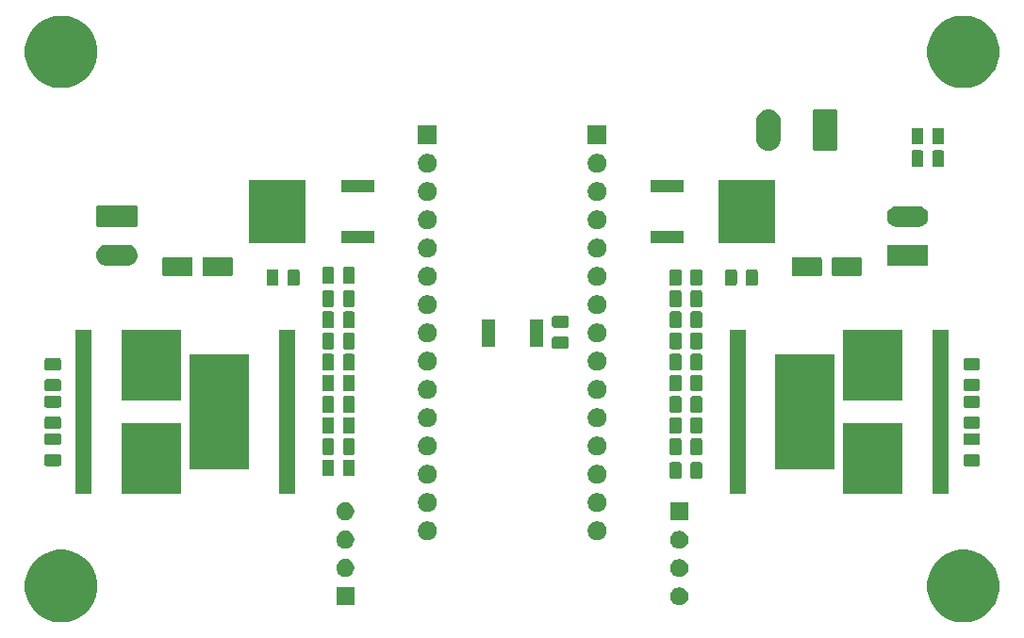
<source format=gbr>
G04 #@! TF.GenerationSoftware,KiCad,Pcbnew,(5.1.4)-1*
G04 #@! TF.CreationDate,2019-11-21T21:18:38+01:00*
G04 #@! TF.ProjectId,asserv_dc,61737365-7276-45f6-9463-2e6b69636164,rev?*
G04 #@! TF.SameCoordinates,Original*
G04 #@! TF.FileFunction,Soldermask,Top*
G04 #@! TF.FilePolarity,Negative*
%FSLAX46Y46*%
G04 Gerber Fmt 4.6, Leading zero omitted, Abs format (unit mm)*
G04 Created by KiCad (PCBNEW (5.1.4)-1) date 2019-11-21 21:18:38*
%MOMM*%
%LPD*%
G04 APERTURE LIST*
%ADD10C,0.100000*%
G04 APERTURE END LIST*
D10*
G36*
X135134239Y-98311467D02*
G01*
X135448282Y-98373934D01*
X136039926Y-98619001D01*
X136572392Y-98974784D01*
X137025216Y-99427608D01*
X137380999Y-99960074D01*
X137626066Y-100551718D01*
X137751000Y-101179804D01*
X137751000Y-101820196D01*
X137626066Y-102448282D01*
X137380999Y-103039926D01*
X137025216Y-103572392D01*
X136572392Y-104025216D01*
X136039926Y-104380999D01*
X135448282Y-104626066D01*
X135134239Y-104688533D01*
X134820197Y-104751000D01*
X134179803Y-104751000D01*
X133865761Y-104688533D01*
X133551718Y-104626066D01*
X132960074Y-104380999D01*
X132427608Y-104025216D01*
X131974784Y-103572392D01*
X131619001Y-103039926D01*
X131373934Y-102448282D01*
X131249000Y-101820196D01*
X131249000Y-101179804D01*
X131373934Y-100551718D01*
X131619001Y-99960074D01*
X131974784Y-99427608D01*
X132427608Y-98974784D01*
X132960074Y-98619001D01*
X133551718Y-98373934D01*
X133865761Y-98311467D01*
X134179803Y-98249000D01*
X134820197Y-98249000D01*
X135134239Y-98311467D01*
X135134239Y-98311467D01*
G37*
G36*
X54134239Y-98311467D02*
G01*
X54448282Y-98373934D01*
X55039926Y-98619001D01*
X55572392Y-98974784D01*
X56025216Y-99427608D01*
X56380999Y-99960074D01*
X56626066Y-100551718D01*
X56751000Y-101179804D01*
X56751000Y-101820196D01*
X56626066Y-102448282D01*
X56380999Y-103039926D01*
X56025216Y-103572392D01*
X55572392Y-104025216D01*
X55039926Y-104380999D01*
X54448282Y-104626066D01*
X54134239Y-104688533D01*
X53820197Y-104751000D01*
X53179803Y-104751000D01*
X52865761Y-104688533D01*
X52551718Y-104626066D01*
X51960074Y-104380999D01*
X51427608Y-104025216D01*
X50974784Y-103572392D01*
X50619001Y-103039926D01*
X50373934Y-102448282D01*
X50249000Y-101820196D01*
X50249000Y-101179804D01*
X50373934Y-100551718D01*
X50619001Y-99960074D01*
X50974784Y-99427608D01*
X51427608Y-98974784D01*
X51960074Y-98619001D01*
X52551718Y-98373934D01*
X52865761Y-98311467D01*
X53179803Y-98249000D01*
X53820197Y-98249000D01*
X54134239Y-98311467D01*
X54134239Y-98311467D01*
G37*
G36*
X109234810Y-101645935D02*
G01*
X109381309Y-101706617D01*
X109381310Y-101706618D01*
X109513158Y-101794716D01*
X109625284Y-101906842D01*
X109625285Y-101906844D01*
X109713383Y-102038691D01*
X109774065Y-102185190D01*
X109805000Y-102340713D01*
X109805000Y-102499287D01*
X109774065Y-102654810D01*
X109713383Y-102801309D01*
X109713382Y-102801310D01*
X109625284Y-102933158D01*
X109513158Y-103045284D01*
X109446785Y-103089633D01*
X109381309Y-103133383D01*
X109234810Y-103194065D01*
X109079287Y-103225000D01*
X108920713Y-103225000D01*
X108765190Y-103194065D01*
X108618691Y-103133383D01*
X108553215Y-103089633D01*
X108486842Y-103045284D01*
X108374716Y-102933158D01*
X108286618Y-102801310D01*
X108286617Y-102801309D01*
X108225935Y-102654810D01*
X108195000Y-102499287D01*
X108195000Y-102340713D01*
X108225935Y-102185190D01*
X108286617Y-102038691D01*
X108374715Y-101906844D01*
X108374716Y-101906842D01*
X108486842Y-101794716D01*
X108618690Y-101706618D01*
X108618691Y-101706617D01*
X108765190Y-101645935D01*
X108920713Y-101615000D01*
X109079287Y-101615000D01*
X109234810Y-101645935D01*
X109234810Y-101645935D01*
G37*
G36*
X79805000Y-103205000D02*
G01*
X78195000Y-103205000D01*
X78195000Y-101595000D01*
X79805000Y-101595000D01*
X79805000Y-103205000D01*
X79805000Y-103205000D01*
G37*
G36*
X109234810Y-99105935D02*
G01*
X109381309Y-99166617D01*
X109381310Y-99166618D01*
X109513158Y-99254716D01*
X109625284Y-99366842D01*
X109625285Y-99366844D01*
X109713383Y-99498691D01*
X109774065Y-99645190D01*
X109805000Y-99800713D01*
X109805000Y-99959287D01*
X109774065Y-100114810D01*
X109713383Y-100261309D01*
X109713382Y-100261310D01*
X109625284Y-100393158D01*
X109513158Y-100505284D01*
X109446785Y-100549633D01*
X109381309Y-100593383D01*
X109234810Y-100654065D01*
X109079287Y-100685000D01*
X108920713Y-100685000D01*
X108765190Y-100654065D01*
X108618691Y-100593383D01*
X108553215Y-100549633D01*
X108486842Y-100505284D01*
X108374716Y-100393158D01*
X108286618Y-100261310D01*
X108286617Y-100261309D01*
X108225935Y-100114810D01*
X108195000Y-99959287D01*
X108195000Y-99800713D01*
X108225935Y-99645190D01*
X108286617Y-99498691D01*
X108374715Y-99366844D01*
X108374716Y-99366842D01*
X108486842Y-99254716D01*
X108618690Y-99166618D01*
X108618691Y-99166617D01*
X108765190Y-99105935D01*
X108920713Y-99075000D01*
X109079287Y-99075000D01*
X109234810Y-99105935D01*
X109234810Y-99105935D01*
G37*
G36*
X79234810Y-99085935D02*
G01*
X79381309Y-99146617D01*
X79381310Y-99146618D01*
X79513158Y-99234716D01*
X79625284Y-99346842D01*
X79638649Y-99366844D01*
X79713383Y-99478691D01*
X79774065Y-99625190D01*
X79805000Y-99780713D01*
X79805000Y-99939287D01*
X79774065Y-100094810D01*
X79713383Y-100241309D01*
X79669633Y-100306785D01*
X79625284Y-100373158D01*
X79513158Y-100485284D01*
X79483226Y-100505284D01*
X79381309Y-100573383D01*
X79234810Y-100634065D01*
X79079287Y-100665000D01*
X78920713Y-100665000D01*
X78765190Y-100634065D01*
X78618691Y-100573383D01*
X78516774Y-100505284D01*
X78486842Y-100485284D01*
X78374716Y-100373158D01*
X78330367Y-100306785D01*
X78286617Y-100241309D01*
X78225935Y-100094810D01*
X78195000Y-99939287D01*
X78195000Y-99780713D01*
X78225935Y-99625190D01*
X78286617Y-99478691D01*
X78361351Y-99366844D01*
X78374716Y-99346842D01*
X78486842Y-99234716D01*
X78618690Y-99146618D01*
X78618691Y-99146617D01*
X78765190Y-99085935D01*
X78920713Y-99055000D01*
X79079287Y-99055000D01*
X79234810Y-99085935D01*
X79234810Y-99085935D01*
G37*
G36*
X109234810Y-96565935D02*
G01*
X109381309Y-96626617D01*
X109381310Y-96626618D01*
X109513158Y-96714716D01*
X109625284Y-96826842D01*
X109625285Y-96826844D01*
X109713383Y-96958691D01*
X109774065Y-97105190D01*
X109805000Y-97260713D01*
X109805000Y-97419287D01*
X109774065Y-97574810D01*
X109713383Y-97721309D01*
X109713382Y-97721310D01*
X109625284Y-97853158D01*
X109513158Y-97965284D01*
X109446785Y-98009633D01*
X109381309Y-98053383D01*
X109234810Y-98114065D01*
X109079287Y-98145000D01*
X108920713Y-98145000D01*
X108765190Y-98114065D01*
X108618691Y-98053383D01*
X108553215Y-98009633D01*
X108486842Y-97965284D01*
X108374716Y-97853158D01*
X108286618Y-97721310D01*
X108286617Y-97721309D01*
X108225935Y-97574810D01*
X108195000Y-97419287D01*
X108195000Y-97260713D01*
X108225935Y-97105190D01*
X108286617Y-96958691D01*
X108374715Y-96826844D01*
X108374716Y-96826842D01*
X108486842Y-96714716D01*
X108618690Y-96626618D01*
X108618691Y-96626617D01*
X108765190Y-96565935D01*
X108920713Y-96535000D01*
X109079287Y-96535000D01*
X109234810Y-96565935D01*
X109234810Y-96565935D01*
G37*
G36*
X79234810Y-96545935D02*
G01*
X79381309Y-96606617D01*
X79381310Y-96606618D01*
X79513158Y-96694716D01*
X79625284Y-96806842D01*
X79638649Y-96826844D01*
X79713383Y-96938691D01*
X79774065Y-97085190D01*
X79805000Y-97240713D01*
X79805000Y-97399287D01*
X79774065Y-97554810D01*
X79713383Y-97701309D01*
X79669633Y-97766785D01*
X79625284Y-97833158D01*
X79513158Y-97945284D01*
X79483226Y-97965284D01*
X79381309Y-98033383D01*
X79234810Y-98094065D01*
X79079287Y-98125000D01*
X78920713Y-98125000D01*
X78765190Y-98094065D01*
X78618691Y-98033383D01*
X78516774Y-97965284D01*
X78486842Y-97945284D01*
X78374716Y-97833158D01*
X78330367Y-97766785D01*
X78286617Y-97701309D01*
X78225935Y-97554810D01*
X78195000Y-97399287D01*
X78195000Y-97240713D01*
X78225935Y-97085190D01*
X78286617Y-96938691D01*
X78361351Y-96826844D01*
X78374716Y-96806842D01*
X78486842Y-96694716D01*
X78618690Y-96606618D01*
X78618691Y-96606617D01*
X78765190Y-96545935D01*
X78920713Y-96515000D01*
X79079287Y-96515000D01*
X79234810Y-96545935D01*
X79234810Y-96545935D01*
G37*
G36*
X101868228Y-95711703D02*
G01*
X102023100Y-95775853D01*
X102162481Y-95868985D01*
X102281015Y-95987519D01*
X102374147Y-96126900D01*
X102438297Y-96281772D01*
X102471000Y-96446184D01*
X102471000Y-96613816D01*
X102438297Y-96778228D01*
X102374147Y-96933100D01*
X102281015Y-97072481D01*
X102162481Y-97191015D01*
X102023100Y-97284147D01*
X101868228Y-97348297D01*
X101703816Y-97381000D01*
X101536184Y-97381000D01*
X101371772Y-97348297D01*
X101216900Y-97284147D01*
X101077519Y-97191015D01*
X100958985Y-97072481D01*
X100865853Y-96933100D01*
X100801703Y-96778228D01*
X100769000Y-96613816D01*
X100769000Y-96446184D01*
X100801703Y-96281772D01*
X100865853Y-96126900D01*
X100958985Y-95987519D01*
X101077519Y-95868985D01*
X101216900Y-95775853D01*
X101371772Y-95711703D01*
X101536184Y-95679000D01*
X101703816Y-95679000D01*
X101868228Y-95711703D01*
X101868228Y-95711703D01*
G37*
G36*
X86628228Y-95711703D02*
G01*
X86783100Y-95775853D01*
X86922481Y-95868985D01*
X87041015Y-95987519D01*
X87134147Y-96126900D01*
X87198297Y-96281772D01*
X87231000Y-96446184D01*
X87231000Y-96613816D01*
X87198297Y-96778228D01*
X87134147Y-96933100D01*
X87041015Y-97072481D01*
X86922481Y-97191015D01*
X86783100Y-97284147D01*
X86628228Y-97348297D01*
X86463816Y-97381000D01*
X86296184Y-97381000D01*
X86131772Y-97348297D01*
X85976900Y-97284147D01*
X85837519Y-97191015D01*
X85718985Y-97072481D01*
X85625853Y-96933100D01*
X85561703Y-96778228D01*
X85529000Y-96613816D01*
X85529000Y-96446184D01*
X85561703Y-96281772D01*
X85625853Y-96126900D01*
X85718985Y-95987519D01*
X85837519Y-95868985D01*
X85976900Y-95775853D01*
X86131772Y-95711703D01*
X86296184Y-95679000D01*
X86463816Y-95679000D01*
X86628228Y-95711703D01*
X86628228Y-95711703D01*
G37*
G36*
X109805000Y-95605000D02*
G01*
X108195000Y-95605000D01*
X108195000Y-93995000D01*
X109805000Y-93995000D01*
X109805000Y-95605000D01*
X109805000Y-95605000D01*
G37*
G36*
X79234810Y-94005935D02*
G01*
X79381309Y-94066617D01*
X79381310Y-94066618D01*
X79513158Y-94154716D01*
X79625284Y-94266842D01*
X79625285Y-94266844D01*
X79713383Y-94398691D01*
X79774065Y-94545190D01*
X79805000Y-94700713D01*
X79805000Y-94859287D01*
X79774065Y-95014810D01*
X79713383Y-95161309D01*
X79713382Y-95161310D01*
X79625284Y-95293158D01*
X79513158Y-95405284D01*
X79446785Y-95449633D01*
X79381309Y-95493383D01*
X79234810Y-95554065D01*
X79079287Y-95585000D01*
X78920713Y-95585000D01*
X78765190Y-95554065D01*
X78618691Y-95493383D01*
X78553215Y-95449633D01*
X78486842Y-95405284D01*
X78374716Y-95293158D01*
X78286618Y-95161310D01*
X78286617Y-95161309D01*
X78225935Y-95014810D01*
X78195000Y-94859287D01*
X78195000Y-94700713D01*
X78225935Y-94545190D01*
X78286617Y-94398691D01*
X78374715Y-94266844D01*
X78374716Y-94266842D01*
X78486842Y-94154716D01*
X78618690Y-94066618D01*
X78618691Y-94066617D01*
X78765190Y-94005935D01*
X78920713Y-93975000D01*
X79079287Y-93975000D01*
X79234810Y-94005935D01*
X79234810Y-94005935D01*
G37*
G36*
X86628228Y-93171703D02*
G01*
X86783100Y-93235853D01*
X86922481Y-93328985D01*
X87041015Y-93447519D01*
X87134147Y-93586900D01*
X87198297Y-93741772D01*
X87231000Y-93906184D01*
X87231000Y-94073816D01*
X87198297Y-94238228D01*
X87134147Y-94393100D01*
X87041015Y-94532481D01*
X86922481Y-94651015D01*
X86783100Y-94744147D01*
X86628228Y-94808297D01*
X86463816Y-94841000D01*
X86296184Y-94841000D01*
X86131772Y-94808297D01*
X85976900Y-94744147D01*
X85837519Y-94651015D01*
X85718985Y-94532481D01*
X85625853Y-94393100D01*
X85561703Y-94238228D01*
X85529000Y-94073816D01*
X85529000Y-93906184D01*
X85561703Y-93741772D01*
X85625853Y-93586900D01*
X85718985Y-93447519D01*
X85837519Y-93328985D01*
X85976900Y-93235853D01*
X86131772Y-93171703D01*
X86296184Y-93139000D01*
X86463816Y-93139000D01*
X86628228Y-93171703D01*
X86628228Y-93171703D01*
G37*
G36*
X101868228Y-93171703D02*
G01*
X102023100Y-93235853D01*
X102162481Y-93328985D01*
X102281015Y-93447519D01*
X102374147Y-93586900D01*
X102438297Y-93741772D01*
X102471000Y-93906184D01*
X102471000Y-94073816D01*
X102438297Y-94238228D01*
X102374147Y-94393100D01*
X102281015Y-94532481D01*
X102162481Y-94651015D01*
X102023100Y-94744147D01*
X101868228Y-94808297D01*
X101703816Y-94841000D01*
X101536184Y-94841000D01*
X101371772Y-94808297D01*
X101216900Y-94744147D01*
X101077519Y-94651015D01*
X100958985Y-94532481D01*
X100865853Y-94393100D01*
X100801703Y-94238228D01*
X100769000Y-94073816D01*
X100769000Y-93906184D01*
X100801703Y-93741772D01*
X100865853Y-93586900D01*
X100958985Y-93447519D01*
X101077519Y-93328985D01*
X101216900Y-93235853D01*
X101371772Y-93171703D01*
X101536184Y-93139000D01*
X101703816Y-93139000D01*
X101868228Y-93171703D01*
X101868228Y-93171703D01*
G37*
G36*
X114951000Y-93231000D02*
G01*
X113499000Y-93231000D01*
X113499000Y-78469000D01*
X114951000Y-78469000D01*
X114951000Y-93231000D01*
X114951000Y-93231000D01*
G37*
G36*
X133201000Y-93231000D02*
G01*
X131749000Y-93231000D01*
X131749000Y-78469000D01*
X133201000Y-78469000D01*
X133201000Y-93231000D01*
X133201000Y-93231000D01*
G37*
G36*
X56251000Y-93231000D02*
G01*
X54799000Y-93231000D01*
X54799000Y-78469000D01*
X56251000Y-78469000D01*
X56251000Y-93231000D01*
X56251000Y-93231000D01*
G37*
G36*
X74501000Y-93231000D02*
G01*
X73049000Y-93231000D01*
X73049000Y-78469000D01*
X74501000Y-78469000D01*
X74501000Y-93231000D01*
X74501000Y-93231000D01*
G37*
G36*
X129076000Y-93181000D02*
G01*
X123724000Y-93181000D01*
X123724000Y-86849000D01*
X129076000Y-86849000D01*
X129076000Y-93181000D01*
X129076000Y-93181000D01*
G37*
G36*
X64276000Y-93181000D02*
G01*
X58924000Y-93181000D01*
X58924000Y-86849000D01*
X64276000Y-86849000D01*
X64276000Y-93181000D01*
X64276000Y-93181000D01*
G37*
G36*
X86628228Y-90631703D02*
G01*
X86783100Y-90695853D01*
X86922481Y-90788985D01*
X87041015Y-90907519D01*
X87134147Y-91046900D01*
X87198297Y-91201772D01*
X87231000Y-91366184D01*
X87231000Y-91533816D01*
X87198297Y-91698228D01*
X87134147Y-91853100D01*
X87041015Y-91992481D01*
X86922481Y-92111015D01*
X86783100Y-92204147D01*
X86628228Y-92268297D01*
X86463816Y-92301000D01*
X86296184Y-92301000D01*
X86131772Y-92268297D01*
X85976900Y-92204147D01*
X85837519Y-92111015D01*
X85718985Y-91992481D01*
X85625853Y-91853100D01*
X85561703Y-91698228D01*
X85529000Y-91533816D01*
X85529000Y-91366184D01*
X85561703Y-91201772D01*
X85625853Y-91046900D01*
X85718985Y-90907519D01*
X85837519Y-90788985D01*
X85976900Y-90695853D01*
X86131772Y-90631703D01*
X86296184Y-90599000D01*
X86463816Y-90599000D01*
X86628228Y-90631703D01*
X86628228Y-90631703D01*
G37*
G36*
X101868228Y-90631703D02*
G01*
X102023100Y-90695853D01*
X102162481Y-90788985D01*
X102281015Y-90907519D01*
X102374147Y-91046900D01*
X102438297Y-91201772D01*
X102471000Y-91366184D01*
X102471000Y-91533816D01*
X102438297Y-91698228D01*
X102374147Y-91853100D01*
X102281015Y-91992481D01*
X102162481Y-92111015D01*
X102023100Y-92204147D01*
X101868228Y-92268297D01*
X101703816Y-92301000D01*
X101536184Y-92301000D01*
X101371772Y-92268297D01*
X101216900Y-92204147D01*
X101077519Y-92111015D01*
X100958985Y-91992481D01*
X100865853Y-91853100D01*
X100801703Y-91698228D01*
X100769000Y-91533816D01*
X100769000Y-91366184D01*
X100801703Y-91201772D01*
X100865853Y-91046900D01*
X100958985Y-90907519D01*
X101077519Y-90788985D01*
X101216900Y-90695853D01*
X101371772Y-90631703D01*
X101536184Y-90599000D01*
X101703816Y-90599000D01*
X101868228Y-90631703D01*
X101868228Y-90631703D01*
G37*
G36*
X109034468Y-90353565D02*
G01*
X109073138Y-90365296D01*
X109108777Y-90384346D01*
X109140017Y-90409983D01*
X109165654Y-90441223D01*
X109184704Y-90476862D01*
X109196435Y-90515532D01*
X109201000Y-90561888D01*
X109201000Y-91638112D01*
X109196435Y-91684468D01*
X109184704Y-91723138D01*
X109165654Y-91758777D01*
X109140017Y-91790017D01*
X109108777Y-91815654D01*
X109073138Y-91834704D01*
X109034468Y-91846435D01*
X108988112Y-91851000D01*
X108336888Y-91851000D01*
X108290532Y-91846435D01*
X108251862Y-91834704D01*
X108216223Y-91815654D01*
X108184983Y-91790017D01*
X108159346Y-91758777D01*
X108140296Y-91723138D01*
X108128565Y-91684468D01*
X108124000Y-91638112D01*
X108124000Y-90561888D01*
X108128565Y-90515532D01*
X108140296Y-90476862D01*
X108159346Y-90441223D01*
X108184983Y-90409983D01*
X108216223Y-90384346D01*
X108251862Y-90365296D01*
X108290532Y-90353565D01*
X108336888Y-90349000D01*
X108988112Y-90349000D01*
X109034468Y-90353565D01*
X109034468Y-90353565D01*
G37*
G36*
X110909468Y-90353565D02*
G01*
X110948138Y-90365296D01*
X110983777Y-90384346D01*
X111015017Y-90409983D01*
X111040654Y-90441223D01*
X111059704Y-90476862D01*
X111071435Y-90515532D01*
X111076000Y-90561888D01*
X111076000Y-91638112D01*
X111071435Y-91684468D01*
X111059704Y-91723138D01*
X111040654Y-91758777D01*
X111015017Y-91790017D01*
X110983777Y-91815654D01*
X110948138Y-91834704D01*
X110909468Y-91846435D01*
X110863112Y-91851000D01*
X110211888Y-91851000D01*
X110165532Y-91846435D01*
X110126862Y-91834704D01*
X110091223Y-91815654D01*
X110059983Y-91790017D01*
X110034346Y-91758777D01*
X110015296Y-91723138D01*
X110003565Y-91684468D01*
X109999000Y-91638112D01*
X109999000Y-90561888D01*
X110003565Y-90515532D01*
X110015296Y-90476862D01*
X110034346Y-90441223D01*
X110059983Y-90409983D01*
X110091223Y-90384346D01*
X110126862Y-90365296D01*
X110165532Y-90353565D01*
X110211888Y-90349000D01*
X110863112Y-90349000D01*
X110909468Y-90353565D01*
X110909468Y-90353565D01*
G37*
G36*
X77834468Y-90128565D02*
G01*
X77873138Y-90140296D01*
X77908777Y-90159346D01*
X77940017Y-90184983D01*
X77965654Y-90216223D01*
X77984704Y-90251862D01*
X77996435Y-90290532D01*
X78001000Y-90336888D01*
X78001000Y-91413112D01*
X77996435Y-91459468D01*
X77984704Y-91498138D01*
X77965654Y-91533777D01*
X77940017Y-91565017D01*
X77908777Y-91590654D01*
X77873138Y-91609704D01*
X77834468Y-91621435D01*
X77788112Y-91626000D01*
X77136888Y-91626000D01*
X77090532Y-91621435D01*
X77051862Y-91609704D01*
X77016223Y-91590654D01*
X76984983Y-91565017D01*
X76959346Y-91533777D01*
X76940296Y-91498138D01*
X76928565Y-91459468D01*
X76924000Y-91413112D01*
X76924000Y-90336888D01*
X76928565Y-90290532D01*
X76940296Y-90251862D01*
X76959346Y-90216223D01*
X76984983Y-90184983D01*
X77016223Y-90159346D01*
X77051862Y-90140296D01*
X77090532Y-90128565D01*
X77136888Y-90124000D01*
X77788112Y-90124000D01*
X77834468Y-90128565D01*
X77834468Y-90128565D01*
G37*
G36*
X79709468Y-90128565D02*
G01*
X79748138Y-90140296D01*
X79783777Y-90159346D01*
X79815017Y-90184983D01*
X79840654Y-90216223D01*
X79859704Y-90251862D01*
X79871435Y-90290532D01*
X79876000Y-90336888D01*
X79876000Y-91413112D01*
X79871435Y-91459468D01*
X79859704Y-91498138D01*
X79840654Y-91533777D01*
X79815017Y-91565017D01*
X79783777Y-91590654D01*
X79748138Y-91609704D01*
X79709468Y-91621435D01*
X79663112Y-91626000D01*
X79011888Y-91626000D01*
X78965532Y-91621435D01*
X78926862Y-91609704D01*
X78891223Y-91590654D01*
X78859983Y-91565017D01*
X78834346Y-91533777D01*
X78815296Y-91498138D01*
X78803565Y-91459468D01*
X78799000Y-91413112D01*
X78799000Y-90336888D01*
X78803565Y-90290532D01*
X78815296Y-90251862D01*
X78834346Y-90216223D01*
X78859983Y-90184983D01*
X78891223Y-90159346D01*
X78926862Y-90140296D01*
X78965532Y-90128565D01*
X79011888Y-90124000D01*
X79663112Y-90124000D01*
X79709468Y-90128565D01*
X79709468Y-90128565D01*
G37*
G36*
X122976000Y-91051000D02*
G01*
X117624000Y-91051000D01*
X117624000Y-80649000D01*
X122976000Y-80649000D01*
X122976000Y-91051000D01*
X122976000Y-91051000D01*
G37*
G36*
X70376000Y-91051000D02*
G01*
X65024000Y-91051000D01*
X65024000Y-80649000D01*
X70376000Y-80649000D01*
X70376000Y-91051000D01*
X70376000Y-91051000D01*
G37*
G36*
X53334468Y-89653565D02*
G01*
X53373138Y-89665296D01*
X53408777Y-89684346D01*
X53440017Y-89709983D01*
X53465654Y-89741223D01*
X53484704Y-89776862D01*
X53496435Y-89815532D01*
X53501000Y-89861888D01*
X53501000Y-90513112D01*
X53496435Y-90559468D01*
X53484704Y-90598138D01*
X53465654Y-90633777D01*
X53440017Y-90665017D01*
X53408777Y-90690654D01*
X53373138Y-90709704D01*
X53334468Y-90721435D01*
X53288112Y-90726000D01*
X52211888Y-90726000D01*
X52165532Y-90721435D01*
X52126862Y-90709704D01*
X52091223Y-90690654D01*
X52059983Y-90665017D01*
X52034346Y-90633777D01*
X52015296Y-90598138D01*
X52003565Y-90559468D01*
X51999000Y-90513112D01*
X51999000Y-89861888D01*
X52003565Y-89815532D01*
X52015296Y-89776862D01*
X52034346Y-89741223D01*
X52059983Y-89709983D01*
X52091223Y-89684346D01*
X52126862Y-89665296D01*
X52165532Y-89653565D01*
X52211888Y-89649000D01*
X53288112Y-89649000D01*
X53334468Y-89653565D01*
X53334468Y-89653565D01*
G37*
G36*
X135834468Y-89653565D02*
G01*
X135873138Y-89665296D01*
X135908777Y-89684346D01*
X135940017Y-89709983D01*
X135965654Y-89741223D01*
X135984704Y-89776862D01*
X135996435Y-89815532D01*
X136001000Y-89861888D01*
X136001000Y-90513112D01*
X135996435Y-90559468D01*
X135984704Y-90598138D01*
X135965654Y-90633777D01*
X135940017Y-90665017D01*
X135908777Y-90690654D01*
X135873138Y-90709704D01*
X135834468Y-90721435D01*
X135788112Y-90726000D01*
X134711888Y-90726000D01*
X134665532Y-90721435D01*
X134626862Y-90709704D01*
X134591223Y-90690654D01*
X134559983Y-90665017D01*
X134534346Y-90633777D01*
X134515296Y-90598138D01*
X134503565Y-90559468D01*
X134499000Y-90513112D01*
X134499000Y-89861888D01*
X134503565Y-89815532D01*
X134515296Y-89776862D01*
X134534346Y-89741223D01*
X134559983Y-89709983D01*
X134591223Y-89684346D01*
X134626862Y-89665296D01*
X134665532Y-89653565D01*
X134711888Y-89649000D01*
X135788112Y-89649000D01*
X135834468Y-89653565D01*
X135834468Y-89653565D01*
G37*
G36*
X101868228Y-88091703D02*
G01*
X102023100Y-88155853D01*
X102162481Y-88248985D01*
X102281015Y-88367519D01*
X102374147Y-88506900D01*
X102438297Y-88661772D01*
X102471000Y-88826184D01*
X102471000Y-88993816D01*
X102438297Y-89158228D01*
X102374147Y-89313100D01*
X102281015Y-89452481D01*
X102162481Y-89571015D01*
X102023100Y-89664147D01*
X101868228Y-89728297D01*
X101703816Y-89761000D01*
X101536184Y-89761000D01*
X101371772Y-89728297D01*
X101216900Y-89664147D01*
X101077519Y-89571015D01*
X100958985Y-89452481D01*
X100865853Y-89313100D01*
X100801703Y-89158228D01*
X100769000Y-88993816D01*
X100769000Y-88826184D01*
X100801703Y-88661772D01*
X100865853Y-88506900D01*
X100958985Y-88367519D01*
X101077519Y-88248985D01*
X101216900Y-88155853D01*
X101371772Y-88091703D01*
X101536184Y-88059000D01*
X101703816Y-88059000D01*
X101868228Y-88091703D01*
X101868228Y-88091703D01*
G37*
G36*
X86628228Y-88091703D02*
G01*
X86783100Y-88155853D01*
X86922481Y-88248985D01*
X87041015Y-88367519D01*
X87134147Y-88506900D01*
X87198297Y-88661772D01*
X87231000Y-88826184D01*
X87231000Y-88993816D01*
X87198297Y-89158228D01*
X87134147Y-89313100D01*
X87041015Y-89452481D01*
X86922481Y-89571015D01*
X86783100Y-89664147D01*
X86628228Y-89728297D01*
X86463816Y-89761000D01*
X86296184Y-89761000D01*
X86131772Y-89728297D01*
X85976900Y-89664147D01*
X85837519Y-89571015D01*
X85718985Y-89452481D01*
X85625853Y-89313100D01*
X85561703Y-89158228D01*
X85529000Y-88993816D01*
X85529000Y-88826184D01*
X85561703Y-88661772D01*
X85625853Y-88506900D01*
X85718985Y-88367519D01*
X85837519Y-88248985D01*
X85976900Y-88155853D01*
X86131772Y-88091703D01*
X86296184Y-88059000D01*
X86463816Y-88059000D01*
X86628228Y-88091703D01*
X86628228Y-88091703D01*
G37*
G36*
X110909468Y-88228565D02*
G01*
X110948138Y-88240296D01*
X110983777Y-88259346D01*
X111015017Y-88284983D01*
X111040654Y-88316223D01*
X111059704Y-88351862D01*
X111071435Y-88390532D01*
X111076000Y-88436888D01*
X111076000Y-89513112D01*
X111071435Y-89559468D01*
X111059704Y-89598138D01*
X111040654Y-89633777D01*
X111015017Y-89665017D01*
X110983777Y-89690654D01*
X110948138Y-89709704D01*
X110909468Y-89721435D01*
X110863112Y-89726000D01*
X110211888Y-89726000D01*
X110165532Y-89721435D01*
X110126862Y-89709704D01*
X110091223Y-89690654D01*
X110059983Y-89665017D01*
X110034346Y-89633777D01*
X110015296Y-89598138D01*
X110003565Y-89559468D01*
X109999000Y-89513112D01*
X109999000Y-88436888D01*
X110003565Y-88390532D01*
X110015296Y-88351862D01*
X110034346Y-88316223D01*
X110059983Y-88284983D01*
X110091223Y-88259346D01*
X110126862Y-88240296D01*
X110165532Y-88228565D01*
X110211888Y-88224000D01*
X110863112Y-88224000D01*
X110909468Y-88228565D01*
X110909468Y-88228565D01*
G37*
G36*
X77834468Y-88228565D02*
G01*
X77873138Y-88240296D01*
X77908777Y-88259346D01*
X77940017Y-88284983D01*
X77965654Y-88316223D01*
X77984704Y-88351862D01*
X77996435Y-88390532D01*
X78001000Y-88436888D01*
X78001000Y-89513112D01*
X77996435Y-89559468D01*
X77984704Y-89598138D01*
X77965654Y-89633777D01*
X77940017Y-89665017D01*
X77908777Y-89690654D01*
X77873138Y-89709704D01*
X77834468Y-89721435D01*
X77788112Y-89726000D01*
X77136888Y-89726000D01*
X77090532Y-89721435D01*
X77051862Y-89709704D01*
X77016223Y-89690654D01*
X76984983Y-89665017D01*
X76959346Y-89633777D01*
X76940296Y-89598138D01*
X76928565Y-89559468D01*
X76924000Y-89513112D01*
X76924000Y-88436888D01*
X76928565Y-88390532D01*
X76940296Y-88351862D01*
X76959346Y-88316223D01*
X76984983Y-88284983D01*
X77016223Y-88259346D01*
X77051862Y-88240296D01*
X77090532Y-88228565D01*
X77136888Y-88224000D01*
X77788112Y-88224000D01*
X77834468Y-88228565D01*
X77834468Y-88228565D01*
G37*
G36*
X79709468Y-88228565D02*
G01*
X79748138Y-88240296D01*
X79783777Y-88259346D01*
X79815017Y-88284983D01*
X79840654Y-88316223D01*
X79859704Y-88351862D01*
X79871435Y-88390532D01*
X79876000Y-88436888D01*
X79876000Y-89513112D01*
X79871435Y-89559468D01*
X79859704Y-89598138D01*
X79840654Y-89633777D01*
X79815017Y-89665017D01*
X79783777Y-89690654D01*
X79748138Y-89709704D01*
X79709468Y-89721435D01*
X79663112Y-89726000D01*
X79011888Y-89726000D01*
X78965532Y-89721435D01*
X78926862Y-89709704D01*
X78891223Y-89690654D01*
X78859983Y-89665017D01*
X78834346Y-89633777D01*
X78815296Y-89598138D01*
X78803565Y-89559468D01*
X78799000Y-89513112D01*
X78799000Y-88436888D01*
X78803565Y-88390532D01*
X78815296Y-88351862D01*
X78834346Y-88316223D01*
X78859983Y-88284983D01*
X78891223Y-88259346D01*
X78926862Y-88240296D01*
X78965532Y-88228565D01*
X79011888Y-88224000D01*
X79663112Y-88224000D01*
X79709468Y-88228565D01*
X79709468Y-88228565D01*
G37*
G36*
X109034468Y-88228565D02*
G01*
X109073138Y-88240296D01*
X109108777Y-88259346D01*
X109140017Y-88284983D01*
X109165654Y-88316223D01*
X109184704Y-88351862D01*
X109196435Y-88390532D01*
X109201000Y-88436888D01*
X109201000Y-89513112D01*
X109196435Y-89559468D01*
X109184704Y-89598138D01*
X109165654Y-89633777D01*
X109140017Y-89665017D01*
X109108777Y-89690654D01*
X109073138Y-89709704D01*
X109034468Y-89721435D01*
X108988112Y-89726000D01*
X108336888Y-89726000D01*
X108290532Y-89721435D01*
X108251862Y-89709704D01*
X108216223Y-89690654D01*
X108184983Y-89665017D01*
X108159346Y-89633777D01*
X108140296Y-89598138D01*
X108128565Y-89559468D01*
X108124000Y-89513112D01*
X108124000Y-88436888D01*
X108128565Y-88390532D01*
X108140296Y-88351862D01*
X108159346Y-88316223D01*
X108184983Y-88284983D01*
X108216223Y-88259346D01*
X108251862Y-88240296D01*
X108290532Y-88228565D01*
X108336888Y-88224000D01*
X108988112Y-88224000D01*
X109034468Y-88228565D01*
X109034468Y-88228565D01*
G37*
G36*
X135834468Y-87778565D02*
G01*
X135873138Y-87790296D01*
X135908777Y-87809346D01*
X135940017Y-87834983D01*
X135965654Y-87866223D01*
X135984704Y-87901862D01*
X135996435Y-87940532D01*
X136001000Y-87986888D01*
X136001000Y-88638112D01*
X135996435Y-88684468D01*
X135984704Y-88723138D01*
X135965654Y-88758777D01*
X135940017Y-88790017D01*
X135908777Y-88815654D01*
X135873138Y-88834704D01*
X135834468Y-88846435D01*
X135788112Y-88851000D01*
X134711888Y-88851000D01*
X134665532Y-88846435D01*
X134626862Y-88834704D01*
X134591223Y-88815654D01*
X134559983Y-88790017D01*
X134534346Y-88758777D01*
X134515296Y-88723138D01*
X134503565Y-88684468D01*
X134499000Y-88638112D01*
X134499000Y-87986888D01*
X134503565Y-87940532D01*
X134515296Y-87901862D01*
X134534346Y-87866223D01*
X134559983Y-87834983D01*
X134591223Y-87809346D01*
X134626862Y-87790296D01*
X134665532Y-87778565D01*
X134711888Y-87774000D01*
X135788112Y-87774000D01*
X135834468Y-87778565D01*
X135834468Y-87778565D01*
G37*
G36*
X53334468Y-87778565D02*
G01*
X53373138Y-87790296D01*
X53408777Y-87809346D01*
X53440017Y-87834983D01*
X53465654Y-87866223D01*
X53484704Y-87901862D01*
X53496435Y-87940532D01*
X53501000Y-87986888D01*
X53501000Y-88638112D01*
X53496435Y-88684468D01*
X53484704Y-88723138D01*
X53465654Y-88758777D01*
X53440017Y-88790017D01*
X53408777Y-88815654D01*
X53373138Y-88834704D01*
X53334468Y-88846435D01*
X53288112Y-88851000D01*
X52211888Y-88851000D01*
X52165532Y-88846435D01*
X52126862Y-88834704D01*
X52091223Y-88815654D01*
X52059983Y-88790017D01*
X52034346Y-88758777D01*
X52015296Y-88723138D01*
X52003565Y-88684468D01*
X51999000Y-88638112D01*
X51999000Y-87986888D01*
X52003565Y-87940532D01*
X52015296Y-87901862D01*
X52034346Y-87866223D01*
X52059983Y-87834983D01*
X52091223Y-87809346D01*
X52126862Y-87790296D01*
X52165532Y-87778565D01*
X52211888Y-87774000D01*
X53288112Y-87774000D01*
X53334468Y-87778565D01*
X53334468Y-87778565D01*
G37*
G36*
X79709468Y-86328565D02*
G01*
X79748138Y-86340296D01*
X79783777Y-86359346D01*
X79815017Y-86384983D01*
X79840654Y-86416223D01*
X79859704Y-86451862D01*
X79871435Y-86490532D01*
X79876000Y-86536888D01*
X79876000Y-87613112D01*
X79871435Y-87659468D01*
X79859704Y-87698138D01*
X79840654Y-87733777D01*
X79815017Y-87765017D01*
X79783777Y-87790654D01*
X79748138Y-87809704D01*
X79709468Y-87821435D01*
X79663112Y-87826000D01*
X79011888Y-87826000D01*
X78965532Y-87821435D01*
X78926862Y-87809704D01*
X78891223Y-87790654D01*
X78859983Y-87765017D01*
X78834346Y-87733777D01*
X78815296Y-87698138D01*
X78803565Y-87659468D01*
X78799000Y-87613112D01*
X78799000Y-86536888D01*
X78803565Y-86490532D01*
X78815296Y-86451862D01*
X78834346Y-86416223D01*
X78859983Y-86384983D01*
X78891223Y-86359346D01*
X78926862Y-86340296D01*
X78965532Y-86328565D01*
X79011888Y-86324000D01*
X79663112Y-86324000D01*
X79709468Y-86328565D01*
X79709468Y-86328565D01*
G37*
G36*
X77834468Y-86328565D02*
G01*
X77873138Y-86340296D01*
X77908777Y-86359346D01*
X77940017Y-86384983D01*
X77965654Y-86416223D01*
X77984704Y-86451862D01*
X77996435Y-86490532D01*
X78001000Y-86536888D01*
X78001000Y-87613112D01*
X77996435Y-87659468D01*
X77984704Y-87698138D01*
X77965654Y-87733777D01*
X77940017Y-87765017D01*
X77908777Y-87790654D01*
X77873138Y-87809704D01*
X77834468Y-87821435D01*
X77788112Y-87826000D01*
X77136888Y-87826000D01*
X77090532Y-87821435D01*
X77051862Y-87809704D01*
X77016223Y-87790654D01*
X76984983Y-87765017D01*
X76959346Y-87733777D01*
X76940296Y-87698138D01*
X76928565Y-87659468D01*
X76924000Y-87613112D01*
X76924000Y-86536888D01*
X76928565Y-86490532D01*
X76940296Y-86451862D01*
X76959346Y-86416223D01*
X76984983Y-86384983D01*
X77016223Y-86359346D01*
X77051862Y-86340296D01*
X77090532Y-86328565D01*
X77136888Y-86324000D01*
X77788112Y-86324000D01*
X77834468Y-86328565D01*
X77834468Y-86328565D01*
G37*
G36*
X109034468Y-86328565D02*
G01*
X109073138Y-86340296D01*
X109108777Y-86359346D01*
X109140017Y-86384983D01*
X109165654Y-86416223D01*
X109184704Y-86451862D01*
X109196435Y-86490532D01*
X109201000Y-86536888D01*
X109201000Y-87613112D01*
X109196435Y-87659468D01*
X109184704Y-87698138D01*
X109165654Y-87733777D01*
X109140017Y-87765017D01*
X109108777Y-87790654D01*
X109073138Y-87809704D01*
X109034468Y-87821435D01*
X108988112Y-87826000D01*
X108336888Y-87826000D01*
X108290532Y-87821435D01*
X108251862Y-87809704D01*
X108216223Y-87790654D01*
X108184983Y-87765017D01*
X108159346Y-87733777D01*
X108140296Y-87698138D01*
X108128565Y-87659468D01*
X108124000Y-87613112D01*
X108124000Y-86536888D01*
X108128565Y-86490532D01*
X108140296Y-86451862D01*
X108159346Y-86416223D01*
X108184983Y-86384983D01*
X108216223Y-86359346D01*
X108251862Y-86340296D01*
X108290532Y-86328565D01*
X108336888Y-86324000D01*
X108988112Y-86324000D01*
X109034468Y-86328565D01*
X109034468Y-86328565D01*
G37*
G36*
X110909468Y-86328565D02*
G01*
X110948138Y-86340296D01*
X110983777Y-86359346D01*
X111015017Y-86384983D01*
X111040654Y-86416223D01*
X111059704Y-86451862D01*
X111071435Y-86490532D01*
X111076000Y-86536888D01*
X111076000Y-87613112D01*
X111071435Y-87659468D01*
X111059704Y-87698138D01*
X111040654Y-87733777D01*
X111015017Y-87765017D01*
X110983777Y-87790654D01*
X110948138Y-87809704D01*
X110909468Y-87821435D01*
X110863112Y-87826000D01*
X110211888Y-87826000D01*
X110165532Y-87821435D01*
X110126862Y-87809704D01*
X110091223Y-87790654D01*
X110059983Y-87765017D01*
X110034346Y-87733777D01*
X110015296Y-87698138D01*
X110003565Y-87659468D01*
X109999000Y-87613112D01*
X109999000Y-86536888D01*
X110003565Y-86490532D01*
X110015296Y-86451862D01*
X110034346Y-86416223D01*
X110059983Y-86384983D01*
X110091223Y-86359346D01*
X110126862Y-86340296D01*
X110165532Y-86328565D01*
X110211888Y-86324000D01*
X110863112Y-86324000D01*
X110909468Y-86328565D01*
X110909468Y-86328565D01*
G37*
G36*
X53334468Y-86278565D02*
G01*
X53373138Y-86290296D01*
X53408777Y-86309346D01*
X53440017Y-86334983D01*
X53465654Y-86366223D01*
X53484704Y-86401862D01*
X53496435Y-86440532D01*
X53501000Y-86486888D01*
X53501000Y-87138112D01*
X53496435Y-87184468D01*
X53484704Y-87223138D01*
X53465654Y-87258777D01*
X53440017Y-87290017D01*
X53408777Y-87315654D01*
X53373138Y-87334704D01*
X53334468Y-87346435D01*
X53288112Y-87351000D01*
X52211888Y-87351000D01*
X52165532Y-87346435D01*
X52126862Y-87334704D01*
X52091223Y-87315654D01*
X52059983Y-87290017D01*
X52034346Y-87258777D01*
X52015296Y-87223138D01*
X52003565Y-87184468D01*
X51999000Y-87138112D01*
X51999000Y-86486888D01*
X52003565Y-86440532D01*
X52015296Y-86401862D01*
X52034346Y-86366223D01*
X52059983Y-86334983D01*
X52091223Y-86309346D01*
X52126862Y-86290296D01*
X52165532Y-86278565D01*
X52211888Y-86274000D01*
X53288112Y-86274000D01*
X53334468Y-86278565D01*
X53334468Y-86278565D01*
G37*
G36*
X135834468Y-86278565D02*
G01*
X135873138Y-86290296D01*
X135908777Y-86309346D01*
X135940017Y-86334983D01*
X135965654Y-86366223D01*
X135984704Y-86401862D01*
X135996435Y-86440532D01*
X136001000Y-86486888D01*
X136001000Y-87138112D01*
X135996435Y-87184468D01*
X135984704Y-87223138D01*
X135965654Y-87258777D01*
X135940017Y-87290017D01*
X135908777Y-87315654D01*
X135873138Y-87334704D01*
X135834468Y-87346435D01*
X135788112Y-87351000D01*
X134711888Y-87351000D01*
X134665532Y-87346435D01*
X134626862Y-87334704D01*
X134591223Y-87315654D01*
X134559983Y-87290017D01*
X134534346Y-87258777D01*
X134515296Y-87223138D01*
X134503565Y-87184468D01*
X134499000Y-87138112D01*
X134499000Y-86486888D01*
X134503565Y-86440532D01*
X134515296Y-86401862D01*
X134534346Y-86366223D01*
X134559983Y-86334983D01*
X134591223Y-86309346D01*
X134626862Y-86290296D01*
X134665532Y-86278565D01*
X134711888Y-86274000D01*
X135788112Y-86274000D01*
X135834468Y-86278565D01*
X135834468Y-86278565D01*
G37*
G36*
X86628228Y-85551703D02*
G01*
X86783100Y-85615853D01*
X86922481Y-85708985D01*
X87041015Y-85827519D01*
X87134147Y-85966900D01*
X87198297Y-86121772D01*
X87231000Y-86286184D01*
X87231000Y-86453816D01*
X87198297Y-86618228D01*
X87134147Y-86773100D01*
X87041015Y-86912481D01*
X86922481Y-87031015D01*
X86783100Y-87124147D01*
X86628228Y-87188297D01*
X86463816Y-87221000D01*
X86296184Y-87221000D01*
X86131772Y-87188297D01*
X85976900Y-87124147D01*
X85837519Y-87031015D01*
X85718985Y-86912481D01*
X85625853Y-86773100D01*
X85561703Y-86618228D01*
X85529000Y-86453816D01*
X85529000Y-86286184D01*
X85561703Y-86121772D01*
X85625853Y-85966900D01*
X85718985Y-85827519D01*
X85837519Y-85708985D01*
X85976900Y-85615853D01*
X86131772Y-85551703D01*
X86296184Y-85519000D01*
X86463816Y-85519000D01*
X86628228Y-85551703D01*
X86628228Y-85551703D01*
G37*
G36*
X101868228Y-85551703D02*
G01*
X102023100Y-85615853D01*
X102162481Y-85708985D01*
X102281015Y-85827519D01*
X102374147Y-85966900D01*
X102438297Y-86121772D01*
X102471000Y-86286184D01*
X102471000Y-86453816D01*
X102438297Y-86618228D01*
X102374147Y-86773100D01*
X102281015Y-86912481D01*
X102162481Y-87031015D01*
X102023100Y-87124147D01*
X101868228Y-87188297D01*
X101703816Y-87221000D01*
X101536184Y-87221000D01*
X101371772Y-87188297D01*
X101216900Y-87124147D01*
X101077519Y-87031015D01*
X100958985Y-86912481D01*
X100865853Y-86773100D01*
X100801703Y-86618228D01*
X100769000Y-86453816D01*
X100769000Y-86286184D01*
X100801703Y-86121772D01*
X100865853Y-85966900D01*
X100958985Y-85827519D01*
X101077519Y-85708985D01*
X101216900Y-85615853D01*
X101371772Y-85551703D01*
X101536184Y-85519000D01*
X101703816Y-85519000D01*
X101868228Y-85551703D01*
X101868228Y-85551703D01*
G37*
G36*
X110909468Y-84428565D02*
G01*
X110948138Y-84440296D01*
X110983777Y-84459346D01*
X111015017Y-84484983D01*
X111040654Y-84516223D01*
X111059704Y-84551862D01*
X111071435Y-84590532D01*
X111076000Y-84636888D01*
X111076000Y-85713112D01*
X111071435Y-85759468D01*
X111059704Y-85798138D01*
X111040654Y-85833777D01*
X111015017Y-85865017D01*
X110983777Y-85890654D01*
X110948138Y-85909704D01*
X110909468Y-85921435D01*
X110863112Y-85926000D01*
X110211888Y-85926000D01*
X110165532Y-85921435D01*
X110126862Y-85909704D01*
X110091223Y-85890654D01*
X110059983Y-85865017D01*
X110034346Y-85833777D01*
X110015296Y-85798138D01*
X110003565Y-85759468D01*
X109999000Y-85713112D01*
X109999000Y-84636888D01*
X110003565Y-84590532D01*
X110015296Y-84551862D01*
X110034346Y-84516223D01*
X110059983Y-84484983D01*
X110091223Y-84459346D01*
X110126862Y-84440296D01*
X110165532Y-84428565D01*
X110211888Y-84424000D01*
X110863112Y-84424000D01*
X110909468Y-84428565D01*
X110909468Y-84428565D01*
G37*
G36*
X109034468Y-84428565D02*
G01*
X109073138Y-84440296D01*
X109108777Y-84459346D01*
X109140017Y-84484983D01*
X109165654Y-84516223D01*
X109184704Y-84551862D01*
X109196435Y-84590532D01*
X109201000Y-84636888D01*
X109201000Y-85713112D01*
X109196435Y-85759468D01*
X109184704Y-85798138D01*
X109165654Y-85833777D01*
X109140017Y-85865017D01*
X109108777Y-85890654D01*
X109073138Y-85909704D01*
X109034468Y-85921435D01*
X108988112Y-85926000D01*
X108336888Y-85926000D01*
X108290532Y-85921435D01*
X108251862Y-85909704D01*
X108216223Y-85890654D01*
X108184983Y-85865017D01*
X108159346Y-85833777D01*
X108140296Y-85798138D01*
X108128565Y-85759468D01*
X108124000Y-85713112D01*
X108124000Y-84636888D01*
X108128565Y-84590532D01*
X108140296Y-84551862D01*
X108159346Y-84516223D01*
X108184983Y-84484983D01*
X108216223Y-84459346D01*
X108251862Y-84440296D01*
X108290532Y-84428565D01*
X108336888Y-84424000D01*
X108988112Y-84424000D01*
X109034468Y-84428565D01*
X109034468Y-84428565D01*
G37*
G36*
X79709468Y-84428565D02*
G01*
X79748138Y-84440296D01*
X79783777Y-84459346D01*
X79815017Y-84484983D01*
X79840654Y-84516223D01*
X79859704Y-84551862D01*
X79871435Y-84590532D01*
X79876000Y-84636888D01*
X79876000Y-85713112D01*
X79871435Y-85759468D01*
X79859704Y-85798138D01*
X79840654Y-85833777D01*
X79815017Y-85865017D01*
X79783777Y-85890654D01*
X79748138Y-85909704D01*
X79709468Y-85921435D01*
X79663112Y-85926000D01*
X79011888Y-85926000D01*
X78965532Y-85921435D01*
X78926862Y-85909704D01*
X78891223Y-85890654D01*
X78859983Y-85865017D01*
X78834346Y-85833777D01*
X78815296Y-85798138D01*
X78803565Y-85759468D01*
X78799000Y-85713112D01*
X78799000Y-84636888D01*
X78803565Y-84590532D01*
X78815296Y-84551862D01*
X78834346Y-84516223D01*
X78859983Y-84484983D01*
X78891223Y-84459346D01*
X78926862Y-84440296D01*
X78965532Y-84428565D01*
X79011888Y-84424000D01*
X79663112Y-84424000D01*
X79709468Y-84428565D01*
X79709468Y-84428565D01*
G37*
G36*
X77834468Y-84428565D02*
G01*
X77873138Y-84440296D01*
X77908777Y-84459346D01*
X77940017Y-84484983D01*
X77965654Y-84516223D01*
X77984704Y-84551862D01*
X77996435Y-84590532D01*
X78001000Y-84636888D01*
X78001000Y-85713112D01*
X77996435Y-85759468D01*
X77984704Y-85798138D01*
X77965654Y-85833777D01*
X77940017Y-85865017D01*
X77908777Y-85890654D01*
X77873138Y-85909704D01*
X77834468Y-85921435D01*
X77788112Y-85926000D01*
X77136888Y-85926000D01*
X77090532Y-85921435D01*
X77051862Y-85909704D01*
X77016223Y-85890654D01*
X76984983Y-85865017D01*
X76959346Y-85833777D01*
X76940296Y-85798138D01*
X76928565Y-85759468D01*
X76924000Y-85713112D01*
X76924000Y-84636888D01*
X76928565Y-84590532D01*
X76940296Y-84551862D01*
X76959346Y-84516223D01*
X76984983Y-84484983D01*
X77016223Y-84459346D01*
X77051862Y-84440296D01*
X77090532Y-84428565D01*
X77136888Y-84424000D01*
X77788112Y-84424000D01*
X77834468Y-84428565D01*
X77834468Y-84428565D01*
G37*
G36*
X53334468Y-84403565D02*
G01*
X53373138Y-84415296D01*
X53408777Y-84434346D01*
X53440017Y-84459983D01*
X53465654Y-84491223D01*
X53484704Y-84526862D01*
X53496435Y-84565532D01*
X53501000Y-84611888D01*
X53501000Y-85263112D01*
X53496435Y-85309468D01*
X53484704Y-85348138D01*
X53465654Y-85383777D01*
X53440017Y-85415017D01*
X53408777Y-85440654D01*
X53373138Y-85459704D01*
X53334468Y-85471435D01*
X53288112Y-85476000D01*
X52211888Y-85476000D01*
X52165532Y-85471435D01*
X52126862Y-85459704D01*
X52091223Y-85440654D01*
X52059983Y-85415017D01*
X52034346Y-85383777D01*
X52015296Y-85348138D01*
X52003565Y-85309468D01*
X51999000Y-85263112D01*
X51999000Y-84611888D01*
X52003565Y-84565532D01*
X52015296Y-84526862D01*
X52034346Y-84491223D01*
X52059983Y-84459983D01*
X52091223Y-84434346D01*
X52126862Y-84415296D01*
X52165532Y-84403565D01*
X52211888Y-84399000D01*
X53288112Y-84399000D01*
X53334468Y-84403565D01*
X53334468Y-84403565D01*
G37*
G36*
X135834468Y-84403565D02*
G01*
X135873138Y-84415296D01*
X135908777Y-84434346D01*
X135940017Y-84459983D01*
X135965654Y-84491223D01*
X135984704Y-84526862D01*
X135996435Y-84565532D01*
X136001000Y-84611888D01*
X136001000Y-85263112D01*
X135996435Y-85309468D01*
X135984704Y-85348138D01*
X135965654Y-85383777D01*
X135940017Y-85415017D01*
X135908777Y-85440654D01*
X135873138Y-85459704D01*
X135834468Y-85471435D01*
X135788112Y-85476000D01*
X134711888Y-85476000D01*
X134665532Y-85471435D01*
X134626862Y-85459704D01*
X134591223Y-85440654D01*
X134559983Y-85415017D01*
X134534346Y-85383777D01*
X134515296Y-85348138D01*
X134503565Y-85309468D01*
X134499000Y-85263112D01*
X134499000Y-84611888D01*
X134503565Y-84565532D01*
X134515296Y-84526862D01*
X134534346Y-84491223D01*
X134559983Y-84459983D01*
X134591223Y-84434346D01*
X134626862Y-84415296D01*
X134665532Y-84403565D01*
X134711888Y-84399000D01*
X135788112Y-84399000D01*
X135834468Y-84403565D01*
X135834468Y-84403565D01*
G37*
G36*
X129076000Y-84851000D02*
G01*
X123724000Y-84851000D01*
X123724000Y-78519000D01*
X129076000Y-78519000D01*
X129076000Y-84851000D01*
X129076000Y-84851000D01*
G37*
G36*
X64276000Y-84851000D02*
G01*
X58924000Y-84851000D01*
X58924000Y-78519000D01*
X64276000Y-78519000D01*
X64276000Y-84851000D01*
X64276000Y-84851000D01*
G37*
G36*
X101868228Y-83011703D02*
G01*
X102023100Y-83075853D01*
X102162481Y-83168985D01*
X102281015Y-83287519D01*
X102374147Y-83426900D01*
X102438297Y-83581772D01*
X102471000Y-83746184D01*
X102471000Y-83913816D01*
X102438297Y-84078228D01*
X102374147Y-84233100D01*
X102281015Y-84372481D01*
X102162481Y-84491015D01*
X102023100Y-84584147D01*
X101868228Y-84648297D01*
X101703816Y-84681000D01*
X101536184Y-84681000D01*
X101371772Y-84648297D01*
X101216900Y-84584147D01*
X101077519Y-84491015D01*
X100958985Y-84372481D01*
X100865853Y-84233100D01*
X100801703Y-84078228D01*
X100769000Y-83913816D01*
X100769000Y-83746184D01*
X100801703Y-83581772D01*
X100865853Y-83426900D01*
X100958985Y-83287519D01*
X101077519Y-83168985D01*
X101216900Y-83075853D01*
X101371772Y-83011703D01*
X101536184Y-82979000D01*
X101703816Y-82979000D01*
X101868228Y-83011703D01*
X101868228Y-83011703D01*
G37*
G36*
X86628228Y-83011703D02*
G01*
X86783100Y-83075853D01*
X86922481Y-83168985D01*
X87041015Y-83287519D01*
X87134147Y-83426900D01*
X87198297Y-83581772D01*
X87231000Y-83746184D01*
X87231000Y-83913816D01*
X87198297Y-84078228D01*
X87134147Y-84233100D01*
X87041015Y-84372481D01*
X86922481Y-84491015D01*
X86783100Y-84584147D01*
X86628228Y-84648297D01*
X86463816Y-84681000D01*
X86296184Y-84681000D01*
X86131772Y-84648297D01*
X85976900Y-84584147D01*
X85837519Y-84491015D01*
X85718985Y-84372481D01*
X85625853Y-84233100D01*
X85561703Y-84078228D01*
X85529000Y-83913816D01*
X85529000Y-83746184D01*
X85561703Y-83581772D01*
X85625853Y-83426900D01*
X85718985Y-83287519D01*
X85837519Y-83168985D01*
X85976900Y-83075853D01*
X86131772Y-83011703D01*
X86296184Y-82979000D01*
X86463816Y-82979000D01*
X86628228Y-83011703D01*
X86628228Y-83011703D01*
G37*
G36*
X109034468Y-82528565D02*
G01*
X109073138Y-82540296D01*
X109108777Y-82559346D01*
X109140017Y-82584983D01*
X109165654Y-82616223D01*
X109184704Y-82651862D01*
X109196435Y-82690532D01*
X109201000Y-82736888D01*
X109201000Y-83813112D01*
X109196435Y-83859468D01*
X109184704Y-83898138D01*
X109165654Y-83933777D01*
X109140017Y-83965017D01*
X109108777Y-83990654D01*
X109073138Y-84009704D01*
X109034468Y-84021435D01*
X108988112Y-84026000D01*
X108336888Y-84026000D01*
X108290532Y-84021435D01*
X108251862Y-84009704D01*
X108216223Y-83990654D01*
X108184983Y-83965017D01*
X108159346Y-83933777D01*
X108140296Y-83898138D01*
X108128565Y-83859468D01*
X108124000Y-83813112D01*
X108124000Y-82736888D01*
X108128565Y-82690532D01*
X108140296Y-82651862D01*
X108159346Y-82616223D01*
X108184983Y-82584983D01*
X108216223Y-82559346D01*
X108251862Y-82540296D01*
X108290532Y-82528565D01*
X108336888Y-82524000D01*
X108988112Y-82524000D01*
X109034468Y-82528565D01*
X109034468Y-82528565D01*
G37*
G36*
X77834468Y-82528565D02*
G01*
X77873138Y-82540296D01*
X77908777Y-82559346D01*
X77940017Y-82584983D01*
X77965654Y-82616223D01*
X77984704Y-82651862D01*
X77996435Y-82690532D01*
X78001000Y-82736888D01*
X78001000Y-83813112D01*
X77996435Y-83859468D01*
X77984704Y-83898138D01*
X77965654Y-83933777D01*
X77940017Y-83965017D01*
X77908777Y-83990654D01*
X77873138Y-84009704D01*
X77834468Y-84021435D01*
X77788112Y-84026000D01*
X77136888Y-84026000D01*
X77090532Y-84021435D01*
X77051862Y-84009704D01*
X77016223Y-83990654D01*
X76984983Y-83965017D01*
X76959346Y-83933777D01*
X76940296Y-83898138D01*
X76928565Y-83859468D01*
X76924000Y-83813112D01*
X76924000Y-82736888D01*
X76928565Y-82690532D01*
X76940296Y-82651862D01*
X76959346Y-82616223D01*
X76984983Y-82584983D01*
X77016223Y-82559346D01*
X77051862Y-82540296D01*
X77090532Y-82528565D01*
X77136888Y-82524000D01*
X77788112Y-82524000D01*
X77834468Y-82528565D01*
X77834468Y-82528565D01*
G37*
G36*
X79709468Y-82528565D02*
G01*
X79748138Y-82540296D01*
X79783777Y-82559346D01*
X79815017Y-82584983D01*
X79840654Y-82616223D01*
X79859704Y-82651862D01*
X79871435Y-82690532D01*
X79876000Y-82736888D01*
X79876000Y-83813112D01*
X79871435Y-83859468D01*
X79859704Y-83898138D01*
X79840654Y-83933777D01*
X79815017Y-83965017D01*
X79783777Y-83990654D01*
X79748138Y-84009704D01*
X79709468Y-84021435D01*
X79663112Y-84026000D01*
X79011888Y-84026000D01*
X78965532Y-84021435D01*
X78926862Y-84009704D01*
X78891223Y-83990654D01*
X78859983Y-83965017D01*
X78834346Y-83933777D01*
X78815296Y-83898138D01*
X78803565Y-83859468D01*
X78799000Y-83813112D01*
X78799000Y-82736888D01*
X78803565Y-82690532D01*
X78815296Y-82651862D01*
X78834346Y-82616223D01*
X78859983Y-82584983D01*
X78891223Y-82559346D01*
X78926862Y-82540296D01*
X78965532Y-82528565D01*
X79011888Y-82524000D01*
X79663112Y-82524000D01*
X79709468Y-82528565D01*
X79709468Y-82528565D01*
G37*
G36*
X110909468Y-82528565D02*
G01*
X110948138Y-82540296D01*
X110983777Y-82559346D01*
X111015017Y-82584983D01*
X111040654Y-82616223D01*
X111059704Y-82651862D01*
X111071435Y-82690532D01*
X111076000Y-82736888D01*
X111076000Y-83813112D01*
X111071435Y-83859468D01*
X111059704Y-83898138D01*
X111040654Y-83933777D01*
X111015017Y-83965017D01*
X110983777Y-83990654D01*
X110948138Y-84009704D01*
X110909468Y-84021435D01*
X110863112Y-84026000D01*
X110211888Y-84026000D01*
X110165532Y-84021435D01*
X110126862Y-84009704D01*
X110091223Y-83990654D01*
X110059983Y-83965017D01*
X110034346Y-83933777D01*
X110015296Y-83898138D01*
X110003565Y-83859468D01*
X109999000Y-83813112D01*
X109999000Y-82736888D01*
X110003565Y-82690532D01*
X110015296Y-82651862D01*
X110034346Y-82616223D01*
X110059983Y-82584983D01*
X110091223Y-82559346D01*
X110126862Y-82540296D01*
X110165532Y-82528565D01*
X110211888Y-82524000D01*
X110863112Y-82524000D01*
X110909468Y-82528565D01*
X110909468Y-82528565D01*
G37*
G36*
X135834468Y-82903565D02*
G01*
X135873138Y-82915296D01*
X135908777Y-82934346D01*
X135940017Y-82959983D01*
X135965654Y-82991223D01*
X135984704Y-83026862D01*
X135996435Y-83065532D01*
X136001000Y-83111888D01*
X136001000Y-83763112D01*
X135996435Y-83809468D01*
X135984704Y-83848138D01*
X135965654Y-83883777D01*
X135940017Y-83915017D01*
X135908777Y-83940654D01*
X135873138Y-83959704D01*
X135834468Y-83971435D01*
X135788112Y-83976000D01*
X134711888Y-83976000D01*
X134665532Y-83971435D01*
X134626862Y-83959704D01*
X134591223Y-83940654D01*
X134559983Y-83915017D01*
X134534346Y-83883777D01*
X134515296Y-83848138D01*
X134503565Y-83809468D01*
X134499000Y-83763112D01*
X134499000Y-83111888D01*
X134503565Y-83065532D01*
X134515296Y-83026862D01*
X134534346Y-82991223D01*
X134559983Y-82959983D01*
X134591223Y-82934346D01*
X134626862Y-82915296D01*
X134665532Y-82903565D01*
X134711888Y-82899000D01*
X135788112Y-82899000D01*
X135834468Y-82903565D01*
X135834468Y-82903565D01*
G37*
G36*
X53334468Y-82903565D02*
G01*
X53373138Y-82915296D01*
X53408777Y-82934346D01*
X53440017Y-82959983D01*
X53465654Y-82991223D01*
X53484704Y-83026862D01*
X53496435Y-83065532D01*
X53501000Y-83111888D01*
X53501000Y-83763112D01*
X53496435Y-83809468D01*
X53484704Y-83848138D01*
X53465654Y-83883777D01*
X53440017Y-83915017D01*
X53408777Y-83940654D01*
X53373138Y-83959704D01*
X53334468Y-83971435D01*
X53288112Y-83976000D01*
X52211888Y-83976000D01*
X52165532Y-83971435D01*
X52126862Y-83959704D01*
X52091223Y-83940654D01*
X52059983Y-83915017D01*
X52034346Y-83883777D01*
X52015296Y-83848138D01*
X52003565Y-83809468D01*
X51999000Y-83763112D01*
X51999000Y-83111888D01*
X52003565Y-83065532D01*
X52015296Y-83026862D01*
X52034346Y-82991223D01*
X52059983Y-82959983D01*
X52091223Y-82934346D01*
X52126862Y-82915296D01*
X52165532Y-82903565D01*
X52211888Y-82899000D01*
X53288112Y-82899000D01*
X53334468Y-82903565D01*
X53334468Y-82903565D01*
G37*
G36*
X86628228Y-80471703D02*
G01*
X86783100Y-80535853D01*
X86922481Y-80628985D01*
X87041015Y-80747519D01*
X87134147Y-80886900D01*
X87198297Y-81041772D01*
X87231000Y-81206184D01*
X87231000Y-81373816D01*
X87198297Y-81538228D01*
X87134147Y-81693100D01*
X87041015Y-81832481D01*
X86922481Y-81951015D01*
X86783100Y-82044147D01*
X86628228Y-82108297D01*
X86463816Y-82141000D01*
X86296184Y-82141000D01*
X86131772Y-82108297D01*
X85976900Y-82044147D01*
X85837519Y-81951015D01*
X85718985Y-81832481D01*
X85625853Y-81693100D01*
X85561703Y-81538228D01*
X85529000Y-81373816D01*
X85529000Y-81206184D01*
X85561703Y-81041772D01*
X85625853Y-80886900D01*
X85718985Y-80747519D01*
X85837519Y-80628985D01*
X85976900Y-80535853D01*
X86131772Y-80471703D01*
X86296184Y-80439000D01*
X86463816Y-80439000D01*
X86628228Y-80471703D01*
X86628228Y-80471703D01*
G37*
G36*
X101868228Y-80471703D02*
G01*
X102023100Y-80535853D01*
X102162481Y-80628985D01*
X102281015Y-80747519D01*
X102374147Y-80886900D01*
X102438297Y-81041772D01*
X102471000Y-81206184D01*
X102471000Y-81373816D01*
X102438297Y-81538228D01*
X102374147Y-81693100D01*
X102281015Y-81832481D01*
X102162481Y-81951015D01*
X102023100Y-82044147D01*
X101868228Y-82108297D01*
X101703816Y-82141000D01*
X101536184Y-82141000D01*
X101371772Y-82108297D01*
X101216900Y-82044147D01*
X101077519Y-81951015D01*
X100958985Y-81832481D01*
X100865853Y-81693100D01*
X100801703Y-81538228D01*
X100769000Y-81373816D01*
X100769000Y-81206184D01*
X100801703Y-81041772D01*
X100865853Y-80886900D01*
X100958985Y-80747519D01*
X101077519Y-80628985D01*
X101216900Y-80535853D01*
X101371772Y-80471703D01*
X101536184Y-80439000D01*
X101703816Y-80439000D01*
X101868228Y-80471703D01*
X101868228Y-80471703D01*
G37*
G36*
X109034468Y-80628565D02*
G01*
X109073138Y-80640296D01*
X109108777Y-80659346D01*
X109140017Y-80684983D01*
X109165654Y-80716223D01*
X109184704Y-80751862D01*
X109196435Y-80790532D01*
X109201000Y-80836888D01*
X109201000Y-81913112D01*
X109196435Y-81959468D01*
X109184704Y-81998138D01*
X109165654Y-82033777D01*
X109140017Y-82065017D01*
X109108777Y-82090654D01*
X109073138Y-82109704D01*
X109034468Y-82121435D01*
X108988112Y-82126000D01*
X108336888Y-82126000D01*
X108290532Y-82121435D01*
X108251862Y-82109704D01*
X108216223Y-82090654D01*
X108184983Y-82065017D01*
X108159346Y-82033777D01*
X108140296Y-81998138D01*
X108128565Y-81959468D01*
X108124000Y-81913112D01*
X108124000Y-80836888D01*
X108128565Y-80790532D01*
X108140296Y-80751862D01*
X108159346Y-80716223D01*
X108184983Y-80684983D01*
X108216223Y-80659346D01*
X108251862Y-80640296D01*
X108290532Y-80628565D01*
X108336888Y-80624000D01*
X108988112Y-80624000D01*
X109034468Y-80628565D01*
X109034468Y-80628565D01*
G37*
G36*
X79709468Y-80628565D02*
G01*
X79748138Y-80640296D01*
X79783777Y-80659346D01*
X79815017Y-80684983D01*
X79840654Y-80716223D01*
X79859704Y-80751862D01*
X79871435Y-80790532D01*
X79876000Y-80836888D01*
X79876000Y-81913112D01*
X79871435Y-81959468D01*
X79859704Y-81998138D01*
X79840654Y-82033777D01*
X79815017Y-82065017D01*
X79783777Y-82090654D01*
X79748138Y-82109704D01*
X79709468Y-82121435D01*
X79663112Y-82126000D01*
X79011888Y-82126000D01*
X78965532Y-82121435D01*
X78926862Y-82109704D01*
X78891223Y-82090654D01*
X78859983Y-82065017D01*
X78834346Y-82033777D01*
X78815296Y-81998138D01*
X78803565Y-81959468D01*
X78799000Y-81913112D01*
X78799000Y-80836888D01*
X78803565Y-80790532D01*
X78815296Y-80751862D01*
X78834346Y-80716223D01*
X78859983Y-80684983D01*
X78891223Y-80659346D01*
X78926862Y-80640296D01*
X78965532Y-80628565D01*
X79011888Y-80624000D01*
X79663112Y-80624000D01*
X79709468Y-80628565D01*
X79709468Y-80628565D01*
G37*
G36*
X110909468Y-80628565D02*
G01*
X110948138Y-80640296D01*
X110983777Y-80659346D01*
X111015017Y-80684983D01*
X111040654Y-80716223D01*
X111059704Y-80751862D01*
X111071435Y-80790532D01*
X111076000Y-80836888D01*
X111076000Y-81913112D01*
X111071435Y-81959468D01*
X111059704Y-81998138D01*
X111040654Y-82033777D01*
X111015017Y-82065017D01*
X110983777Y-82090654D01*
X110948138Y-82109704D01*
X110909468Y-82121435D01*
X110863112Y-82126000D01*
X110211888Y-82126000D01*
X110165532Y-82121435D01*
X110126862Y-82109704D01*
X110091223Y-82090654D01*
X110059983Y-82065017D01*
X110034346Y-82033777D01*
X110015296Y-81998138D01*
X110003565Y-81959468D01*
X109999000Y-81913112D01*
X109999000Y-80836888D01*
X110003565Y-80790532D01*
X110015296Y-80751862D01*
X110034346Y-80716223D01*
X110059983Y-80684983D01*
X110091223Y-80659346D01*
X110126862Y-80640296D01*
X110165532Y-80628565D01*
X110211888Y-80624000D01*
X110863112Y-80624000D01*
X110909468Y-80628565D01*
X110909468Y-80628565D01*
G37*
G36*
X77834468Y-80628565D02*
G01*
X77873138Y-80640296D01*
X77908777Y-80659346D01*
X77940017Y-80684983D01*
X77965654Y-80716223D01*
X77984704Y-80751862D01*
X77996435Y-80790532D01*
X78001000Y-80836888D01*
X78001000Y-81913112D01*
X77996435Y-81959468D01*
X77984704Y-81998138D01*
X77965654Y-82033777D01*
X77940017Y-82065017D01*
X77908777Y-82090654D01*
X77873138Y-82109704D01*
X77834468Y-82121435D01*
X77788112Y-82126000D01*
X77136888Y-82126000D01*
X77090532Y-82121435D01*
X77051862Y-82109704D01*
X77016223Y-82090654D01*
X76984983Y-82065017D01*
X76959346Y-82033777D01*
X76940296Y-81998138D01*
X76928565Y-81959468D01*
X76924000Y-81913112D01*
X76924000Y-80836888D01*
X76928565Y-80790532D01*
X76940296Y-80751862D01*
X76959346Y-80716223D01*
X76984983Y-80684983D01*
X77016223Y-80659346D01*
X77051862Y-80640296D01*
X77090532Y-80628565D01*
X77136888Y-80624000D01*
X77788112Y-80624000D01*
X77834468Y-80628565D01*
X77834468Y-80628565D01*
G37*
G36*
X135834468Y-81028565D02*
G01*
X135873138Y-81040296D01*
X135908777Y-81059346D01*
X135940017Y-81084983D01*
X135965654Y-81116223D01*
X135984704Y-81151862D01*
X135996435Y-81190532D01*
X136001000Y-81236888D01*
X136001000Y-81888112D01*
X135996435Y-81934468D01*
X135984704Y-81973138D01*
X135965654Y-82008777D01*
X135940017Y-82040017D01*
X135908777Y-82065654D01*
X135873138Y-82084704D01*
X135834468Y-82096435D01*
X135788112Y-82101000D01*
X134711888Y-82101000D01*
X134665532Y-82096435D01*
X134626862Y-82084704D01*
X134591223Y-82065654D01*
X134559983Y-82040017D01*
X134534346Y-82008777D01*
X134515296Y-81973138D01*
X134503565Y-81934468D01*
X134499000Y-81888112D01*
X134499000Y-81236888D01*
X134503565Y-81190532D01*
X134515296Y-81151862D01*
X134534346Y-81116223D01*
X134559983Y-81084983D01*
X134591223Y-81059346D01*
X134626862Y-81040296D01*
X134665532Y-81028565D01*
X134711888Y-81024000D01*
X135788112Y-81024000D01*
X135834468Y-81028565D01*
X135834468Y-81028565D01*
G37*
G36*
X53334468Y-81028565D02*
G01*
X53373138Y-81040296D01*
X53408777Y-81059346D01*
X53440017Y-81084983D01*
X53465654Y-81116223D01*
X53484704Y-81151862D01*
X53496435Y-81190532D01*
X53501000Y-81236888D01*
X53501000Y-81888112D01*
X53496435Y-81934468D01*
X53484704Y-81973138D01*
X53465654Y-82008777D01*
X53440017Y-82040017D01*
X53408777Y-82065654D01*
X53373138Y-82084704D01*
X53334468Y-82096435D01*
X53288112Y-82101000D01*
X52211888Y-82101000D01*
X52165532Y-82096435D01*
X52126862Y-82084704D01*
X52091223Y-82065654D01*
X52059983Y-82040017D01*
X52034346Y-82008777D01*
X52015296Y-81973138D01*
X52003565Y-81934468D01*
X51999000Y-81888112D01*
X51999000Y-81236888D01*
X52003565Y-81190532D01*
X52015296Y-81151862D01*
X52034346Y-81116223D01*
X52059983Y-81084983D01*
X52091223Y-81059346D01*
X52126862Y-81040296D01*
X52165532Y-81028565D01*
X52211888Y-81024000D01*
X53288112Y-81024000D01*
X53334468Y-81028565D01*
X53334468Y-81028565D01*
G37*
G36*
X77834468Y-78728565D02*
G01*
X77873138Y-78740296D01*
X77908777Y-78759346D01*
X77940017Y-78784983D01*
X77965654Y-78816223D01*
X77984704Y-78851862D01*
X77996435Y-78890532D01*
X78001000Y-78936888D01*
X78001000Y-80013112D01*
X77996435Y-80059468D01*
X77984704Y-80098138D01*
X77965654Y-80133777D01*
X77940017Y-80165017D01*
X77908777Y-80190654D01*
X77873138Y-80209704D01*
X77834468Y-80221435D01*
X77788112Y-80226000D01*
X77136888Y-80226000D01*
X77090532Y-80221435D01*
X77051862Y-80209704D01*
X77016223Y-80190654D01*
X76984983Y-80165017D01*
X76959346Y-80133777D01*
X76940296Y-80098138D01*
X76928565Y-80059468D01*
X76924000Y-80013112D01*
X76924000Y-78936888D01*
X76928565Y-78890532D01*
X76940296Y-78851862D01*
X76959346Y-78816223D01*
X76984983Y-78784983D01*
X77016223Y-78759346D01*
X77051862Y-78740296D01*
X77090532Y-78728565D01*
X77136888Y-78724000D01*
X77788112Y-78724000D01*
X77834468Y-78728565D01*
X77834468Y-78728565D01*
G37*
G36*
X79709468Y-78728565D02*
G01*
X79748138Y-78740296D01*
X79783777Y-78759346D01*
X79815017Y-78784983D01*
X79840654Y-78816223D01*
X79859704Y-78851862D01*
X79871435Y-78890532D01*
X79876000Y-78936888D01*
X79876000Y-80013112D01*
X79871435Y-80059468D01*
X79859704Y-80098138D01*
X79840654Y-80133777D01*
X79815017Y-80165017D01*
X79783777Y-80190654D01*
X79748138Y-80209704D01*
X79709468Y-80221435D01*
X79663112Y-80226000D01*
X79011888Y-80226000D01*
X78965532Y-80221435D01*
X78926862Y-80209704D01*
X78891223Y-80190654D01*
X78859983Y-80165017D01*
X78834346Y-80133777D01*
X78815296Y-80098138D01*
X78803565Y-80059468D01*
X78799000Y-80013112D01*
X78799000Y-78936888D01*
X78803565Y-78890532D01*
X78815296Y-78851862D01*
X78834346Y-78816223D01*
X78859983Y-78784983D01*
X78891223Y-78759346D01*
X78926862Y-78740296D01*
X78965532Y-78728565D01*
X79011888Y-78724000D01*
X79663112Y-78724000D01*
X79709468Y-78728565D01*
X79709468Y-78728565D01*
G37*
G36*
X109034468Y-78728565D02*
G01*
X109073138Y-78740296D01*
X109108777Y-78759346D01*
X109140017Y-78784983D01*
X109165654Y-78816223D01*
X109184704Y-78851862D01*
X109196435Y-78890532D01*
X109201000Y-78936888D01*
X109201000Y-80013112D01*
X109196435Y-80059468D01*
X109184704Y-80098138D01*
X109165654Y-80133777D01*
X109140017Y-80165017D01*
X109108777Y-80190654D01*
X109073138Y-80209704D01*
X109034468Y-80221435D01*
X108988112Y-80226000D01*
X108336888Y-80226000D01*
X108290532Y-80221435D01*
X108251862Y-80209704D01*
X108216223Y-80190654D01*
X108184983Y-80165017D01*
X108159346Y-80133777D01*
X108140296Y-80098138D01*
X108128565Y-80059468D01*
X108124000Y-80013112D01*
X108124000Y-78936888D01*
X108128565Y-78890532D01*
X108140296Y-78851862D01*
X108159346Y-78816223D01*
X108184983Y-78784983D01*
X108216223Y-78759346D01*
X108251862Y-78740296D01*
X108290532Y-78728565D01*
X108336888Y-78724000D01*
X108988112Y-78724000D01*
X109034468Y-78728565D01*
X109034468Y-78728565D01*
G37*
G36*
X110909468Y-78728565D02*
G01*
X110948138Y-78740296D01*
X110983777Y-78759346D01*
X111015017Y-78784983D01*
X111040654Y-78816223D01*
X111059704Y-78851862D01*
X111071435Y-78890532D01*
X111076000Y-78936888D01*
X111076000Y-80013112D01*
X111071435Y-80059468D01*
X111059704Y-80098138D01*
X111040654Y-80133777D01*
X111015017Y-80165017D01*
X110983777Y-80190654D01*
X110948138Y-80209704D01*
X110909468Y-80221435D01*
X110863112Y-80226000D01*
X110211888Y-80226000D01*
X110165532Y-80221435D01*
X110126862Y-80209704D01*
X110091223Y-80190654D01*
X110059983Y-80165017D01*
X110034346Y-80133777D01*
X110015296Y-80098138D01*
X110003565Y-80059468D01*
X109999000Y-80013112D01*
X109999000Y-78936888D01*
X110003565Y-78890532D01*
X110015296Y-78851862D01*
X110034346Y-78816223D01*
X110059983Y-78784983D01*
X110091223Y-78759346D01*
X110126862Y-78740296D01*
X110165532Y-78728565D01*
X110211888Y-78724000D01*
X110863112Y-78724000D01*
X110909468Y-78728565D01*
X110909468Y-78728565D01*
G37*
G36*
X98909468Y-79103565D02*
G01*
X98948138Y-79115296D01*
X98983777Y-79134346D01*
X99015017Y-79159983D01*
X99040654Y-79191223D01*
X99059704Y-79226862D01*
X99071435Y-79265532D01*
X99076000Y-79311888D01*
X99076000Y-79963112D01*
X99071435Y-80009468D01*
X99059704Y-80048138D01*
X99040654Y-80083777D01*
X99015017Y-80115017D01*
X98983777Y-80140654D01*
X98948138Y-80159704D01*
X98909468Y-80171435D01*
X98863112Y-80176000D01*
X97786888Y-80176000D01*
X97740532Y-80171435D01*
X97701862Y-80159704D01*
X97666223Y-80140654D01*
X97634983Y-80115017D01*
X97609346Y-80083777D01*
X97590296Y-80048138D01*
X97578565Y-80009468D01*
X97574000Y-79963112D01*
X97574000Y-79311888D01*
X97578565Y-79265532D01*
X97590296Y-79226862D01*
X97609346Y-79191223D01*
X97634983Y-79159983D01*
X97666223Y-79134346D01*
X97701862Y-79115296D01*
X97740532Y-79103565D01*
X97786888Y-79099000D01*
X98863112Y-79099000D01*
X98909468Y-79103565D01*
X98909468Y-79103565D01*
G37*
G36*
X96751000Y-79976000D02*
G01*
X95549000Y-79976000D01*
X95549000Y-77524000D01*
X96751000Y-77524000D01*
X96751000Y-79976000D01*
X96751000Y-79976000D01*
G37*
G36*
X92451000Y-79976000D02*
G01*
X91249000Y-79976000D01*
X91249000Y-77524000D01*
X92451000Y-77524000D01*
X92451000Y-79976000D01*
X92451000Y-79976000D01*
G37*
G36*
X101868228Y-77931703D02*
G01*
X102023100Y-77995853D01*
X102162481Y-78088985D01*
X102281015Y-78207519D01*
X102374147Y-78346900D01*
X102438297Y-78501772D01*
X102471000Y-78666184D01*
X102471000Y-78833816D01*
X102438297Y-78998228D01*
X102374147Y-79153100D01*
X102281015Y-79292481D01*
X102162481Y-79411015D01*
X102023100Y-79504147D01*
X101868228Y-79568297D01*
X101703816Y-79601000D01*
X101536184Y-79601000D01*
X101371772Y-79568297D01*
X101216900Y-79504147D01*
X101077519Y-79411015D01*
X100958985Y-79292481D01*
X100865853Y-79153100D01*
X100801703Y-78998228D01*
X100769000Y-78833816D01*
X100769000Y-78666184D01*
X100801703Y-78501772D01*
X100865853Y-78346900D01*
X100958985Y-78207519D01*
X101077519Y-78088985D01*
X101216900Y-77995853D01*
X101371772Y-77931703D01*
X101536184Y-77899000D01*
X101703816Y-77899000D01*
X101868228Y-77931703D01*
X101868228Y-77931703D01*
G37*
G36*
X86628228Y-77931703D02*
G01*
X86783100Y-77995853D01*
X86922481Y-78088985D01*
X87041015Y-78207519D01*
X87134147Y-78346900D01*
X87198297Y-78501772D01*
X87231000Y-78666184D01*
X87231000Y-78833816D01*
X87198297Y-78998228D01*
X87134147Y-79153100D01*
X87041015Y-79292481D01*
X86922481Y-79411015D01*
X86783100Y-79504147D01*
X86628228Y-79568297D01*
X86463816Y-79601000D01*
X86296184Y-79601000D01*
X86131772Y-79568297D01*
X85976900Y-79504147D01*
X85837519Y-79411015D01*
X85718985Y-79292481D01*
X85625853Y-79153100D01*
X85561703Y-78998228D01*
X85529000Y-78833816D01*
X85529000Y-78666184D01*
X85561703Y-78501772D01*
X85625853Y-78346900D01*
X85718985Y-78207519D01*
X85837519Y-78088985D01*
X85976900Y-77995853D01*
X86131772Y-77931703D01*
X86296184Y-77899000D01*
X86463816Y-77899000D01*
X86628228Y-77931703D01*
X86628228Y-77931703D01*
G37*
G36*
X79709468Y-76828565D02*
G01*
X79748138Y-76840296D01*
X79783777Y-76859346D01*
X79815017Y-76884983D01*
X79840654Y-76916223D01*
X79859704Y-76951862D01*
X79871435Y-76990532D01*
X79876000Y-77036888D01*
X79876000Y-78113112D01*
X79871435Y-78159468D01*
X79859704Y-78198138D01*
X79840654Y-78233777D01*
X79815017Y-78265017D01*
X79783777Y-78290654D01*
X79748138Y-78309704D01*
X79709468Y-78321435D01*
X79663112Y-78326000D01*
X79011888Y-78326000D01*
X78965532Y-78321435D01*
X78926862Y-78309704D01*
X78891223Y-78290654D01*
X78859983Y-78265017D01*
X78834346Y-78233777D01*
X78815296Y-78198138D01*
X78803565Y-78159468D01*
X78799000Y-78113112D01*
X78799000Y-77036888D01*
X78803565Y-76990532D01*
X78815296Y-76951862D01*
X78834346Y-76916223D01*
X78859983Y-76884983D01*
X78891223Y-76859346D01*
X78926862Y-76840296D01*
X78965532Y-76828565D01*
X79011888Y-76824000D01*
X79663112Y-76824000D01*
X79709468Y-76828565D01*
X79709468Y-76828565D01*
G37*
G36*
X77834468Y-76828565D02*
G01*
X77873138Y-76840296D01*
X77908777Y-76859346D01*
X77940017Y-76884983D01*
X77965654Y-76916223D01*
X77984704Y-76951862D01*
X77996435Y-76990532D01*
X78001000Y-77036888D01*
X78001000Y-78113112D01*
X77996435Y-78159468D01*
X77984704Y-78198138D01*
X77965654Y-78233777D01*
X77940017Y-78265017D01*
X77908777Y-78290654D01*
X77873138Y-78309704D01*
X77834468Y-78321435D01*
X77788112Y-78326000D01*
X77136888Y-78326000D01*
X77090532Y-78321435D01*
X77051862Y-78309704D01*
X77016223Y-78290654D01*
X76984983Y-78265017D01*
X76959346Y-78233777D01*
X76940296Y-78198138D01*
X76928565Y-78159468D01*
X76924000Y-78113112D01*
X76924000Y-77036888D01*
X76928565Y-76990532D01*
X76940296Y-76951862D01*
X76959346Y-76916223D01*
X76984983Y-76884983D01*
X77016223Y-76859346D01*
X77051862Y-76840296D01*
X77090532Y-76828565D01*
X77136888Y-76824000D01*
X77788112Y-76824000D01*
X77834468Y-76828565D01*
X77834468Y-76828565D01*
G37*
G36*
X109034468Y-76828565D02*
G01*
X109073138Y-76840296D01*
X109108777Y-76859346D01*
X109140017Y-76884983D01*
X109165654Y-76916223D01*
X109184704Y-76951862D01*
X109196435Y-76990532D01*
X109201000Y-77036888D01*
X109201000Y-78113112D01*
X109196435Y-78159468D01*
X109184704Y-78198138D01*
X109165654Y-78233777D01*
X109140017Y-78265017D01*
X109108777Y-78290654D01*
X109073138Y-78309704D01*
X109034468Y-78321435D01*
X108988112Y-78326000D01*
X108336888Y-78326000D01*
X108290532Y-78321435D01*
X108251862Y-78309704D01*
X108216223Y-78290654D01*
X108184983Y-78265017D01*
X108159346Y-78233777D01*
X108140296Y-78198138D01*
X108128565Y-78159468D01*
X108124000Y-78113112D01*
X108124000Y-77036888D01*
X108128565Y-76990532D01*
X108140296Y-76951862D01*
X108159346Y-76916223D01*
X108184983Y-76884983D01*
X108216223Y-76859346D01*
X108251862Y-76840296D01*
X108290532Y-76828565D01*
X108336888Y-76824000D01*
X108988112Y-76824000D01*
X109034468Y-76828565D01*
X109034468Y-76828565D01*
G37*
G36*
X110909468Y-76828565D02*
G01*
X110948138Y-76840296D01*
X110983777Y-76859346D01*
X111015017Y-76884983D01*
X111040654Y-76916223D01*
X111059704Y-76951862D01*
X111071435Y-76990532D01*
X111076000Y-77036888D01*
X111076000Y-78113112D01*
X111071435Y-78159468D01*
X111059704Y-78198138D01*
X111040654Y-78233777D01*
X111015017Y-78265017D01*
X110983777Y-78290654D01*
X110948138Y-78309704D01*
X110909468Y-78321435D01*
X110863112Y-78326000D01*
X110211888Y-78326000D01*
X110165532Y-78321435D01*
X110126862Y-78309704D01*
X110091223Y-78290654D01*
X110059983Y-78265017D01*
X110034346Y-78233777D01*
X110015296Y-78198138D01*
X110003565Y-78159468D01*
X109999000Y-78113112D01*
X109999000Y-77036888D01*
X110003565Y-76990532D01*
X110015296Y-76951862D01*
X110034346Y-76916223D01*
X110059983Y-76884983D01*
X110091223Y-76859346D01*
X110126862Y-76840296D01*
X110165532Y-76828565D01*
X110211888Y-76824000D01*
X110863112Y-76824000D01*
X110909468Y-76828565D01*
X110909468Y-76828565D01*
G37*
G36*
X98909468Y-77228565D02*
G01*
X98948138Y-77240296D01*
X98983777Y-77259346D01*
X99015017Y-77284983D01*
X99040654Y-77316223D01*
X99059704Y-77351862D01*
X99071435Y-77390532D01*
X99076000Y-77436888D01*
X99076000Y-78088112D01*
X99071435Y-78134468D01*
X99059704Y-78173138D01*
X99040654Y-78208777D01*
X99015017Y-78240017D01*
X98983777Y-78265654D01*
X98948138Y-78284704D01*
X98909468Y-78296435D01*
X98863112Y-78301000D01*
X97786888Y-78301000D01*
X97740532Y-78296435D01*
X97701862Y-78284704D01*
X97666223Y-78265654D01*
X97634983Y-78240017D01*
X97609346Y-78208777D01*
X97590296Y-78173138D01*
X97578565Y-78134468D01*
X97574000Y-78088112D01*
X97574000Y-77436888D01*
X97578565Y-77390532D01*
X97590296Y-77351862D01*
X97609346Y-77316223D01*
X97634983Y-77284983D01*
X97666223Y-77259346D01*
X97701862Y-77240296D01*
X97740532Y-77228565D01*
X97786888Y-77224000D01*
X98863112Y-77224000D01*
X98909468Y-77228565D01*
X98909468Y-77228565D01*
G37*
G36*
X86628228Y-75391703D02*
G01*
X86783100Y-75455853D01*
X86922481Y-75548985D01*
X87041015Y-75667519D01*
X87134147Y-75806900D01*
X87198297Y-75961772D01*
X87231000Y-76126184D01*
X87231000Y-76293816D01*
X87198297Y-76458228D01*
X87134147Y-76613100D01*
X87041015Y-76752481D01*
X86922481Y-76871015D01*
X86783100Y-76964147D01*
X86628228Y-77028297D01*
X86463816Y-77061000D01*
X86296184Y-77061000D01*
X86131772Y-77028297D01*
X85976900Y-76964147D01*
X85837519Y-76871015D01*
X85718985Y-76752481D01*
X85625853Y-76613100D01*
X85561703Y-76458228D01*
X85529000Y-76293816D01*
X85529000Y-76126184D01*
X85561703Y-75961772D01*
X85625853Y-75806900D01*
X85718985Y-75667519D01*
X85837519Y-75548985D01*
X85976900Y-75455853D01*
X86131772Y-75391703D01*
X86296184Y-75359000D01*
X86463816Y-75359000D01*
X86628228Y-75391703D01*
X86628228Y-75391703D01*
G37*
G36*
X101868228Y-75391703D02*
G01*
X102023100Y-75455853D01*
X102162481Y-75548985D01*
X102281015Y-75667519D01*
X102374147Y-75806900D01*
X102438297Y-75961772D01*
X102471000Y-76126184D01*
X102471000Y-76293816D01*
X102438297Y-76458228D01*
X102374147Y-76613100D01*
X102281015Y-76752481D01*
X102162481Y-76871015D01*
X102023100Y-76964147D01*
X101868228Y-77028297D01*
X101703816Y-77061000D01*
X101536184Y-77061000D01*
X101371772Y-77028297D01*
X101216900Y-76964147D01*
X101077519Y-76871015D01*
X100958985Y-76752481D01*
X100865853Y-76613100D01*
X100801703Y-76458228D01*
X100769000Y-76293816D01*
X100769000Y-76126184D01*
X100801703Y-75961772D01*
X100865853Y-75806900D01*
X100958985Y-75667519D01*
X101077519Y-75548985D01*
X101216900Y-75455853D01*
X101371772Y-75391703D01*
X101536184Y-75359000D01*
X101703816Y-75359000D01*
X101868228Y-75391703D01*
X101868228Y-75391703D01*
G37*
G36*
X77834468Y-74928565D02*
G01*
X77873138Y-74940296D01*
X77908777Y-74959346D01*
X77940017Y-74984983D01*
X77965654Y-75016223D01*
X77984704Y-75051862D01*
X77996435Y-75090532D01*
X78001000Y-75136888D01*
X78001000Y-76213112D01*
X77996435Y-76259468D01*
X77984704Y-76298138D01*
X77965654Y-76333777D01*
X77940017Y-76365017D01*
X77908777Y-76390654D01*
X77873138Y-76409704D01*
X77834468Y-76421435D01*
X77788112Y-76426000D01*
X77136888Y-76426000D01*
X77090532Y-76421435D01*
X77051862Y-76409704D01*
X77016223Y-76390654D01*
X76984983Y-76365017D01*
X76959346Y-76333777D01*
X76940296Y-76298138D01*
X76928565Y-76259468D01*
X76924000Y-76213112D01*
X76924000Y-75136888D01*
X76928565Y-75090532D01*
X76940296Y-75051862D01*
X76959346Y-75016223D01*
X76984983Y-74984983D01*
X77016223Y-74959346D01*
X77051862Y-74940296D01*
X77090532Y-74928565D01*
X77136888Y-74924000D01*
X77788112Y-74924000D01*
X77834468Y-74928565D01*
X77834468Y-74928565D01*
G37*
G36*
X79709468Y-74928565D02*
G01*
X79748138Y-74940296D01*
X79783777Y-74959346D01*
X79815017Y-74984983D01*
X79840654Y-75016223D01*
X79859704Y-75051862D01*
X79871435Y-75090532D01*
X79876000Y-75136888D01*
X79876000Y-76213112D01*
X79871435Y-76259468D01*
X79859704Y-76298138D01*
X79840654Y-76333777D01*
X79815017Y-76365017D01*
X79783777Y-76390654D01*
X79748138Y-76409704D01*
X79709468Y-76421435D01*
X79663112Y-76426000D01*
X79011888Y-76426000D01*
X78965532Y-76421435D01*
X78926862Y-76409704D01*
X78891223Y-76390654D01*
X78859983Y-76365017D01*
X78834346Y-76333777D01*
X78815296Y-76298138D01*
X78803565Y-76259468D01*
X78799000Y-76213112D01*
X78799000Y-75136888D01*
X78803565Y-75090532D01*
X78815296Y-75051862D01*
X78834346Y-75016223D01*
X78859983Y-74984983D01*
X78891223Y-74959346D01*
X78926862Y-74940296D01*
X78965532Y-74928565D01*
X79011888Y-74924000D01*
X79663112Y-74924000D01*
X79709468Y-74928565D01*
X79709468Y-74928565D01*
G37*
G36*
X109034468Y-74928565D02*
G01*
X109073138Y-74940296D01*
X109108777Y-74959346D01*
X109140017Y-74984983D01*
X109165654Y-75016223D01*
X109184704Y-75051862D01*
X109196435Y-75090532D01*
X109201000Y-75136888D01*
X109201000Y-76213112D01*
X109196435Y-76259468D01*
X109184704Y-76298138D01*
X109165654Y-76333777D01*
X109140017Y-76365017D01*
X109108777Y-76390654D01*
X109073138Y-76409704D01*
X109034468Y-76421435D01*
X108988112Y-76426000D01*
X108336888Y-76426000D01*
X108290532Y-76421435D01*
X108251862Y-76409704D01*
X108216223Y-76390654D01*
X108184983Y-76365017D01*
X108159346Y-76333777D01*
X108140296Y-76298138D01*
X108128565Y-76259468D01*
X108124000Y-76213112D01*
X108124000Y-75136888D01*
X108128565Y-75090532D01*
X108140296Y-75051862D01*
X108159346Y-75016223D01*
X108184983Y-74984983D01*
X108216223Y-74959346D01*
X108251862Y-74940296D01*
X108290532Y-74928565D01*
X108336888Y-74924000D01*
X108988112Y-74924000D01*
X109034468Y-74928565D01*
X109034468Y-74928565D01*
G37*
G36*
X110909468Y-74928565D02*
G01*
X110948138Y-74940296D01*
X110983777Y-74959346D01*
X111015017Y-74984983D01*
X111040654Y-75016223D01*
X111059704Y-75051862D01*
X111071435Y-75090532D01*
X111076000Y-75136888D01*
X111076000Y-76213112D01*
X111071435Y-76259468D01*
X111059704Y-76298138D01*
X111040654Y-76333777D01*
X111015017Y-76365017D01*
X110983777Y-76390654D01*
X110948138Y-76409704D01*
X110909468Y-76421435D01*
X110863112Y-76426000D01*
X110211888Y-76426000D01*
X110165532Y-76421435D01*
X110126862Y-76409704D01*
X110091223Y-76390654D01*
X110059983Y-76365017D01*
X110034346Y-76333777D01*
X110015296Y-76298138D01*
X110003565Y-76259468D01*
X109999000Y-76213112D01*
X109999000Y-75136888D01*
X110003565Y-75090532D01*
X110015296Y-75051862D01*
X110034346Y-75016223D01*
X110059983Y-74984983D01*
X110091223Y-74959346D01*
X110126862Y-74940296D01*
X110165532Y-74928565D01*
X110211888Y-74924000D01*
X110863112Y-74924000D01*
X110909468Y-74928565D01*
X110909468Y-74928565D01*
G37*
G36*
X72859468Y-73028565D02*
G01*
X72898138Y-73040296D01*
X72933777Y-73059346D01*
X72965017Y-73084983D01*
X72990654Y-73116223D01*
X73009704Y-73151862D01*
X73021435Y-73190532D01*
X73026000Y-73236888D01*
X73026000Y-74313112D01*
X73021435Y-74359468D01*
X73009704Y-74398138D01*
X72990654Y-74433777D01*
X72965017Y-74465017D01*
X72933777Y-74490654D01*
X72898138Y-74509704D01*
X72859468Y-74521435D01*
X72813112Y-74526000D01*
X72161888Y-74526000D01*
X72115532Y-74521435D01*
X72076862Y-74509704D01*
X72041223Y-74490654D01*
X72009983Y-74465017D01*
X71984346Y-74433777D01*
X71965296Y-74398138D01*
X71953565Y-74359468D01*
X71949000Y-74313112D01*
X71949000Y-73236888D01*
X71953565Y-73190532D01*
X71965296Y-73151862D01*
X71984346Y-73116223D01*
X72009983Y-73084983D01*
X72041223Y-73059346D01*
X72076862Y-73040296D01*
X72115532Y-73028565D01*
X72161888Y-73024000D01*
X72813112Y-73024000D01*
X72859468Y-73028565D01*
X72859468Y-73028565D01*
G37*
G36*
X110909468Y-73028565D02*
G01*
X110948138Y-73040296D01*
X110983777Y-73059346D01*
X111015017Y-73084983D01*
X111040654Y-73116223D01*
X111059704Y-73151862D01*
X111071435Y-73190532D01*
X111076000Y-73236888D01*
X111076000Y-74313112D01*
X111071435Y-74359468D01*
X111059704Y-74398138D01*
X111040654Y-74433777D01*
X111015017Y-74465017D01*
X110983777Y-74490654D01*
X110948138Y-74509704D01*
X110909468Y-74521435D01*
X110863112Y-74526000D01*
X110211888Y-74526000D01*
X110165532Y-74521435D01*
X110126862Y-74509704D01*
X110091223Y-74490654D01*
X110059983Y-74465017D01*
X110034346Y-74433777D01*
X110015296Y-74398138D01*
X110003565Y-74359468D01*
X109999000Y-74313112D01*
X109999000Y-73236888D01*
X110003565Y-73190532D01*
X110015296Y-73151862D01*
X110034346Y-73116223D01*
X110059983Y-73084983D01*
X110091223Y-73059346D01*
X110126862Y-73040296D01*
X110165532Y-73028565D01*
X110211888Y-73024000D01*
X110863112Y-73024000D01*
X110909468Y-73028565D01*
X110909468Y-73028565D01*
G37*
G36*
X74734468Y-73028565D02*
G01*
X74773138Y-73040296D01*
X74808777Y-73059346D01*
X74840017Y-73084983D01*
X74865654Y-73116223D01*
X74884704Y-73151862D01*
X74896435Y-73190532D01*
X74901000Y-73236888D01*
X74901000Y-74313112D01*
X74896435Y-74359468D01*
X74884704Y-74398138D01*
X74865654Y-74433777D01*
X74840017Y-74465017D01*
X74808777Y-74490654D01*
X74773138Y-74509704D01*
X74734468Y-74521435D01*
X74688112Y-74526000D01*
X74036888Y-74526000D01*
X73990532Y-74521435D01*
X73951862Y-74509704D01*
X73916223Y-74490654D01*
X73884983Y-74465017D01*
X73859346Y-74433777D01*
X73840296Y-74398138D01*
X73828565Y-74359468D01*
X73824000Y-74313112D01*
X73824000Y-73236888D01*
X73828565Y-73190532D01*
X73840296Y-73151862D01*
X73859346Y-73116223D01*
X73884983Y-73084983D01*
X73916223Y-73059346D01*
X73951862Y-73040296D01*
X73990532Y-73028565D01*
X74036888Y-73024000D01*
X74688112Y-73024000D01*
X74734468Y-73028565D01*
X74734468Y-73028565D01*
G37*
G36*
X109034468Y-73028565D02*
G01*
X109073138Y-73040296D01*
X109108777Y-73059346D01*
X109140017Y-73084983D01*
X109165654Y-73116223D01*
X109184704Y-73151862D01*
X109196435Y-73190532D01*
X109201000Y-73236888D01*
X109201000Y-74313112D01*
X109196435Y-74359468D01*
X109184704Y-74398138D01*
X109165654Y-74433777D01*
X109140017Y-74465017D01*
X109108777Y-74490654D01*
X109073138Y-74509704D01*
X109034468Y-74521435D01*
X108988112Y-74526000D01*
X108336888Y-74526000D01*
X108290532Y-74521435D01*
X108251862Y-74509704D01*
X108216223Y-74490654D01*
X108184983Y-74465017D01*
X108159346Y-74433777D01*
X108140296Y-74398138D01*
X108128565Y-74359468D01*
X108124000Y-74313112D01*
X108124000Y-73236888D01*
X108128565Y-73190532D01*
X108140296Y-73151862D01*
X108159346Y-73116223D01*
X108184983Y-73084983D01*
X108216223Y-73059346D01*
X108251862Y-73040296D01*
X108290532Y-73028565D01*
X108336888Y-73024000D01*
X108988112Y-73024000D01*
X109034468Y-73028565D01*
X109034468Y-73028565D01*
G37*
G36*
X115884468Y-73028565D02*
G01*
X115923138Y-73040296D01*
X115958777Y-73059346D01*
X115990017Y-73084983D01*
X116015654Y-73116223D01*
X116034704Y-73151862D01*
X116046435Y-73190532D01*
X116051000Y-73236888D01*
X116051000Y-74313112D01*
X116046435Y-74359468D01*
X116034704Y-74398138D01*
X116015654Y-74433777D01*
X115990017Y-74465017D01*
X115958777Y-74490654D01*
X115923138Y-74509704D01*
X115884468Y-74521435D01*
X115838112Y-74526000D01*
X115186888Y-74526000D01*
X115140532Y-74521435D01*
X115101862Y-74509704D01*
X115066223Y-74490654D01*
X115034983Y-74465017D01*
X115009346Y-74433777D01*
X114990296Y-74398138D01*
X114978565Y-74359468D01*
X114974000Y-74313112D01*
X114974000Y-73236888D01*
X114978565Y-73190532D01*
X114990296Y-73151862D01*
X115009346Y-73116223D01*
X115034983Y-73084983D01*
X115066223Y-73059346D01*
X115101862Y-73040296D01*
X115140532Y-73028565D01*
X115186888Y-73024000D01*
X115838112Y-73024000D01*
X115884468Y-73028565D01*
X115884468Y-73028565D01*
G37*
G36*
X114009468Y-73028565D02*
G01*
X114048138Y-73040296D01*
X114083777Y-73059346D01*
X114115017Y-73084983D01*
X114140654Y-73116223D01*
X114159704Y-73151862D01*
X114171435Y-73190532D01*
X114176000Y-73236888D01*
X114176000Y-74313112D01*
X114171435Y-74359468D01*
X114159704Y-74398138D01*
X114140654Y-74433777D01*
X114115017Y-74465017D01*
X114083777Y-74490654D01*
X114048138Y-74509704D01*
X114009468Y-74521435D01*
X113963112Y-74526000D01*
X113311888Y-74526000D01*
X113265532Y-74521435D01*
X113226862Y-74509704D01*
X113191223Y-74490654D01*
X113159983Y-74465017D01*
X113134346Y-74433777D01*
X113115296Y-74398138D01*
X113103565Y-74359468D01*
X113099000Y-74313112D01*
X113099000Y-73236888D01*
X113103565Y-73190532D01*
X113115296Y-73151862D01*
X113134346Y-73116223D01*
X113159983Y-73084983D01*
X113191223Y-73059346D01*
X113226862Y-73040296D01*
X113265532Y-73028565D01*
X113311888Y-73024000D01*
X113963112Y-73024000D01*
X114009468Y-73028565D01*
X114009468Y-73028565D01*
G37*
G36*
X101868228Y-72851703D02*
G01*
X102023100Y-72915853D01*
X102162481Y-73008985D01*
X102281015Y-73127519D01*
X102374147Y-73266900D01*
X102438297Y-73421772D01*
X102471000Y-73586184D01*
X102471000Y-73753816D01*
X102438297Y-73918228D01*
X102374147Y-74073100D01*
X102281015Y-74212481D01*
X102162481Y-74331015D01*
X102023100Y-74424147D01*
X101868228Y-74488297D01*
X101703816Y-74521000D01*
X101536184Y-74521000D01*
X101371772Y-74488297D01*
X101216900Y-74424147D01*
X101077519Y-74331015D01*
X100958985Y-74212481D01*
X100865853Y-74073100D01*
X100801703Y-73918228D01*
X100769000Y-73753816D01*
X100769000Y-73586184D01*
X100801703Y-73421772D01*
X100865853Y-73266900D01*
X100958985Y-73127519D01*
X101077519Y-73008985D01*
X101216900Y-72915853D01*
X101371772Y-72851703D01*
X101536184Y-72819000D01*
X101703816Y-72819000D01*
X101868228Y-72851703D01*
X101868228Y-72851703D01*
G37*
G36*
X86628228Y-72851703D02*
G01*
X86783100Y-72915853D01*
X86922481Y-73008985D01*
X87041015Y-73127519D01*
X87134147Y-73266900D01*
X87198297Y-73421772D01*
X87231000Y-73586184D01*
X87231000Y-73753816D01*
X87198297Y-73918228D01*
X87134147Y-74073100D01*
X87041015Y-74212481D01*
X86922481Y-74331015D01*
X86783100Y-74424147D01*
X86628228Y-74488297D01*
X86463816Y-74521000D01*
X86296184Y-74521000D01*
X86131772Y-74488297D01*
X85976900Y-74424147D01*
X85837519Y-74331015D01*
X85718985Y-74212481D01*
X85625853Y-74073100D01*
X85561703Y-73918228D01*
X85529000Y-73753816D01*
X85529000Y-73586184D01*
X85561703Y-73421772D01*
X85625853Y-73266900D01*
X85718985Y-73127519D01*
X85837519Y-73008985D01*
X85976900Y-72915853D01*
X86131772Y-72851703D01*
X86296184Y-72819000D01*
X86463816Y-72819000D01*
X86628228Y-72851703D01*
X86628228Y-72851703D01*
G37*
G36*
X77834468Y-72828565D02*
G01*
X77873138Y-72840296D01*
X77908777Y-72859346D01*
X77940017Y-72884983D01*
X77965654Y-72916223D01*
X77984704Y-72951862D01*
X77996435Y-72990532D01*
X78001000Y-73036888D01*
X78001000Y-74113112D01*
X77996435Y-74159468D01*
X77984704Y-74198138D01*
X77965654Y-74233777D01*
X77940017Y-74265017D01*
X77908777Y-74290654D01*
X77873138Y-74309704D01*
X77834468Y-74321435D01*
X77788112Y-74326000D01*
X77136888Y-74326000D01*
X77090532Y-74321435D01*
X77051862Y-74309704D01*
X77016223Y-74290654D01*
X76984983Y-74265017D01*
X76959346Y-74233777D01*
X76940296Y-74198138D01*
X76928565Y-74159468D01*
X76924000Y-74113112D01*
X76924000Y-73036888D01*
X76928565Y-72990532D01*
X76940296Y-72951862D01*
X76959346Y-72916223D01*
X76984983Y-72884983D01*
X77016223Y-72859346D01*
X77051862Y-72840296D01*
X77090532Y-72828565D01*
X77136888Y-72824000D01*
X77788112Y-72824000D01*
X77834468Y-72828565D01*
X77834468Y-72828565D01*
G37*
G36*
X79709468Y-72828565D02*
G01*
X79748138Y-72840296D01*
X79783777Y-72859346D01*
X79815017Y-72884983D01*
X79840654Y-72916223D01*
X79859704Y-72951862D01*
X79871435Y-72990532D01*
X79876000Y-73036888D01*
X79876000Y-74113112D01*
X79871435Y-74159468D01*
X79859704Y-74198138D01*
X79840654Y-74233777D01*
X79815017Y-74265017D01*
X79783777Y-74290654D01*
X79748138Y-74309704D01*
X79709468Y-74321435D01*
X79663112Y-74326000D01*
X79011888Y-74326000D01*
X78965532Y-74321435D01*
X78926862Y-74309704D01*
X78891223Y-74290654D01*
X78859983Y-74265017D01*
X78834346Y-74233777D01*
X78815296Y-74198138D01*
X78803565Y-74159468D01*
X78799000Y-74113112D01*
X78799000Y-73036888D01*
X78803565Y-72990532D01*
X78815296Y-72951862D01*
X78834346Y-72916223D01*
X78859983Y-72884983D01*
X78891223Y-72859346D01*
X78926862Y-72840296D01*
X78965532Y-72828565D01*
X79011888Y-72824000D01*
X79663112Y-72824000D01*
X79709468Y-72828565D01*
X79709468Y-72828565D01*
G37*
G36*
X125255997Y-71953051D02*
G01*
X125289652Y-71963261D01*
X125320665Y-71979838D01*
X125347851Y-72002149D01*
X125370162Y-72029335D01*
X125386739Y-72060348D01*
X125396949Y-72094003D01*
X125401000Y-72135138D01*
X125401000Y-73464862D01*
X125396949Y-73505997D01*
X125386739Y-73539652D01*
X125370162Y-73570665D01*
X125347851Y-73597851D01*
X125320665Y-73620162D01*
X125289652Y-73636739D01*
X125255997Y-73646949D01*
X125214862Y-73651000D01*
X122885138Y-73651000D01*
X122844003Y-73646949D01*
X122810348Y-73636739D01*
X122779335Y-73620162D01*
X122752149Y-73597851D01*
X122729838Y-73570665D01*
X122713261Y-73539652D01*
X122703051Y-73505997D01*
X122699000Y-73464862D01*
X122699000Y-72135138D01*
X122703051Y-72094003D01*
X122713261Y-72060348D01*
X122729838Y-72029335D01*
X122752149Y-72002149D01*
X122779335Y-71979838D01*
X122810348Y-71963261D01*
X122844003Y-71953051D01*
X122885138Y-71949000D01*
X125214862Y-71949000D01*
X125255997Y-71953051D01*
X125255997Y-71953051D01*
G37*
G36*
X121655997Y-71953051D02*
G01*
X121689652Y-71963261D01*
X121720665Y-71979838D01*
X121747851Y-72002149D01*
X121770162Y-72029335D01*
X121786739Y-72060348D01*
X121796949Y-72094003D01*
X121801000Y-72135138D01*
X121801000Y-73464862D01*
X121796949Y-73505997D01*
X121786739Y-73539652D01*
X121770162Y-73570665D01*
X121747851Y-73597851D01*
X121720665Y-73620162D01*
X121689652Y-73636739D01*
X121655997Y-73646949D01*
X121614862Y-73651000D01*
X119285138Y-73651000D01*
X119244003Y-73646949D01*
X119210348Y-73636739D01*
X119179335Y-73620162D01*
X119152149Y-73597851D01*
X119129838Y-73570665D01*
X119113261Y-73539652D01*
X119103051Y-73505997D01*
X119099000Y-73464862D01*
X119099000Y-72135138D01*
X119103051Y-72094003D01*
X119113261Y-72060348D01*
X119129838Y-72029335D01*
X119152149Y-72002149D01*
X119179335Y-71979838D01*
X119210348Y-71963261D01*
X119244003Y-71953051D01*
X119285138Y-71949000D01*
X121614862Y-71949000D01*
X121655997Y-71953051D01*
X121655997Y-71953051D01*
G37*
G36*
X68755997Y-71953051D02*
G01*
X68789652Y-71963261D01*
X68820665Y-71979838D01*
X68847851Y-72002149D01*
X68870162Y-72029335D01*
X68886739Y-72060348D01*
X68896949Y-72094003D01*
X68901000Y-72135138D01*
X68901000Y-73464862D01*
X68896949Y-73505997D01*
X68886739Y-73539652D01*
X68870162Y-73570665D01*
X68847851Y-73597851D01*
X68820665Y-73620162D01*
X68789652Y-73636739D01*
X68755997Y-73646949D01*
X68714862Y-73651000D01*
X66385138Y-73651000D01*
X66344003Y-73646949D01*
X66310348Y-73636739D01*
X66279335Y-73620162D01*
X66252149Y-73597851D01*
X66229838Y-73570665D01*
X66213261Y-73539652D01*
X66203051Y-73505997D01*
X66199000Y-73464862D01*
X66199000Y-72135138D01*
X66203051Y-72094003D01*
X66213261Y-72060348D01*
X66229838Y-72029335D01*
X66252149Y-72002149D01*
X66279335Y-71979838D01*
X66310348Y-71963261D01*
X66344003Y-71953051D01*
X66385138Y-71949000D01*
X68714862Y-71949000D01*
X68755997Y-71953051D01*
X68755997Y-71953051D01*
G37*
G36*
X65155997Y-71953051D02*
G01*
X65189652Y-71963261D01*
X65220665Y-71979838D01*
X65247851Y-72002149D01*
X65270162Y-72029335D01*
X65286739Y-72060348D01*
X65296949Y-72094003D01*
X65301000Y-72135138D01*
X65301000Y-73464862D01*
X65296949Y-73505997D01*
X65286739Y-73539652D01*
X65270162Y-73570665D01*
X65247851Y-73597851D01*
X65220665Y-73620162D01*
X65189652Y-73636739D01*
X65155997Y-73646949D01*
X65114862Y-73651000D01*
X62785138Y-73651000D01*
X62744003Y-73646949D01*
X62710348Y-73636739D01*
X62679335Y-73620162D01*
X62652149Y-73597851D01*
X62629838Y-73570665D01*
X62613261Y-73539652D01*
X62603051Y-73505997D01*
X62599000Y-73464862D01*
X62599000Y-72135138D01*
X62603051Y-72094003D01*
X62613261Y-72060348D01*
X62629838Y-72029335D01*
X62652149Y-72002149D01*
X62679335Y-71979838D01*
X62710348Y-71963261D01*
X62744003Y-71953051D01*
X62785138Y-71949000D01*
X65114862Y-71949000D01*
X65155997Y-71953051D01*
X65155997Y-71953051D01*
G37*
G36*
X131210915Y-70852934D02*
G01*
X131243424Y-70862795D01*
X131273382Y-70878809D01*
X131299641Y-70900359D01*
X131321191Y-70926618D01*
X131337205Y-70956576D01*
X131347066Y-70989085D01*
X131351000Y-71029029D01*
X131351000Y-72570971D01*
X131347066Y-72610915D01*
X131337205Y-72643424D01*
X131321191Y-72673382D01*
X131299641Y-72699641D01*
X131273382Y-72721191D01*
X131243424Y-72737205D01*
X131210915Y-72747066D01*
X131170971Y-72751000D01*
X127829029Y-72751000D01*
X127789085Y-72747066D01*
X127756576Y-72737205D01*
X127726618Y-72721191D01*
X127700359Y-72699641D01*
X127678809Y-72673382D01*
X127662795Y-72643424D01*
X127652934Y-72610915D01*
X127649000Y-72570971D01*
X127649000Y-71029029D01*
X127652934Y-70989085D01*
X127662795Y-70956576D01*
X127678809Y-70926618D01*
X127700359Y-70900359D01*
X127726618Y-70878809D01*
X127756576Y-70862795D01*
X127789085Y-70852934D01*
X127829029Y-70849000D01*
X131170971Y-70849000D01*
X131210915Y-70852934D01*
X131210915Y-70852934D01*
G37*
G36*
X59586425Y-70837760D02*
G01*
X59586428Y-70837761D01*
X59586429Y-70837761D01*
X59765693Y-70892140D01*
X59765696Y-70892142D01*
X59765697Y-70892142D01*
X59930903Y-70980446D01*
X60075712Y-71099288D01*
X60194554Y-71244097D01*
X60282858Y-71409303D01*
X60282860Y-71409307D01*
X60320411Y-71533097D01*
X60337240Y-71588575D01*
X60355601Y-71775000D01*
X60337240Y-71961425D01*
X60337239Y-71961428D01*
X60337239Y-71961429D01*
X60282860Y-72140693D01*
X60282858Y-72140696D01*
X60282858Y-72140697D01*
X60194554Y-72305903D01*
X60075712Y-72450712D01*
X59930903Y-72569554D01*
X59811086Y-72633597D01*
X59765693Y-72657860D01*
X59586429Y-72712239D01*
X59586428Y-72712239D01*
X59586425Y-72712240D01*
X59446718Y-72726000D01*
X57553282Y-72726000D01*
X57413575Y-72712240D01*
X57413572Y-72712239D01*
X57413571Y-72712239D01*
X57234307Y-72657860D01*
X57188914Y-72633597D01*
X57069097Y-72569554D01*
X56924288Y-72450712D01*
X56805446Y-72305903D01*
X56717142Y-72140697D01*
X56717142Y-72140696D01*
X56717140Y-72140693D01*
X56662761Y-71961429D01*
X56662761Y-71961428D01*
X56662760Y-71961425D01*
X56644399Y-71775000D01*
X56662760Y-71588575D01*
X56679589Y-71533097D01*
X56717140Y-71409307D01*
X56717142Y-71409303D01*
X56805446Y-71244097D01*
X56924288Y-71099288D01*
X57069097Y-70980446D01*
X57234303Y-70892142D01*
X57234304Y-70892142D01*
X57234307Y-70892140D01*
X57413571Y-70837761D01*
X57413572Y-70837761D01*
X57413575Y-70837760D01*
X57553282Y-70824000D01*
X59446718Y-70824000D01*
X59586425Y-70837760D01*
X59586425Y-70837760D01*
G37*
G36*
X101868228Y-70311703D02*
G01*
X102023100Y-70375853D01*
X102162481Y-70468985D01*
X102281015Y-70587519D01*
X102374147Y-70726900D01*
X102438297Y-70881772D01*
X102471000Y-71046184D01*
X102471000Y-71213816D01*
X102438297Y-71378228D01*
X102374147Y-71533100D01*
X102281015Y-71672481D01*
X102162481Y-71791015D01*
X102023100Y-71884147D01*
X101868228Y-71948297D01*
X101703816Y-71981000D01*
X101536184Y-71981000D01*
X101371772Y-71948297D01*
X101216900Y-71884147D01*
X101077519Y-71791015D01*
X100958985Y-71672481D01*
X100865853Y-71533100D01*
X100801703Y-71378228D01*
X100769000Y-71213816D01*
X100769000Y-71046184D01*
X100801703Y-70881772D01*
X100865853Y-70726900D01*
X100958985Y-70587519D01*
X101077519Y-70468985D01*
X101216900Y-70375853D01*
X101371772Y-70311703D01*
X101536184Y-70279000D01*
X101703816Y-70279000D01*
X101868228Y-70311703D01*
X101868228Y-70311703D01*
G37*
G36*
X86628228Y-70311703D02*
G01*
X86783100Y-70375853D01*
X86922481Y-70468985D01*
X87041015Y-70587519D01*
X87134147Y-70726900D01*
X87198297Y-70881772D01*
X87231000Y-71046184D01*
X87231000Y-71213816D01*
X87198297Y-71378228D01*
X87134147Y-71533100D01*
X87041015Y-71672481D01*
X86922481Y-71791015D01*
X86783100Y-71884147D01*
X86628228Y-71948297D01*
X86463816Y-71981000D01*
X86296184Y-71981000D01*
X86131772Y-71948297D01*
X85976900Y-71884147D01*
X85837519Y-71791015D01*
X85718985Y-71672481D01*
X85625853Y-71533100D01*
X85561703Y-71378228D01*
X85529000Y-71213816D01*
X85529000Y-71046184D01*
X85561703Y-70881772D01*
X85625853Y-70726900D01*
X85718985Y-70587519D01*
X85837519Y-70468985D01*
X85976900Y-70375853D01*
X86131772Y-70311703D01*
X86296184Y-70279000D01*
X86463816Y-70279000D01*
X86628228Y-70311703D01*
X86628228Y-70311703D01*
G37*
G36*
X81601000Y-70656000D02*
G01*
X78649000Y-70656000D01*
X78649000Y-69554000D01*
X81601000Y-69554000D01*
X81601000Y-70656000D01*
X81601000Y-70656000D01*
G37*
G36*
X109351000Y-70656000D02*
G01*
X106399000Y-70656000D01*
X106399000Y-69554000D01*
X109351000Y-69554000D01*
X109351000Y-70656000D01*
X109351000Y-70656000D01*
G37*
G36*
X75476000Y-70651000D02*
G01*
X70374000Y-70651000D01*
X70374000Y-64999000D01*
X75476000Y-64999000D01*
X75476000Y-70651000D01*
X75476000Y-70651000D01*
G37*
G36*
X117626000Y-70651000D02*
G01*
X112524000Y-70651000D01*
X112524000Y-64999000D01*
X117626000Y-64999000D01*
X117626000Y-70651000D01*
X117626000Y-70651000D01*
G37*
G36*
X101868228Y-67771703D02*
G01*
X102023100Y-67835853D01*
X102162481Y-67928985D01*
X102281015Y-68047519D01*
X102374147Y-68186900D01*
X102438297Y-68341772D01*
X102471000Y-68506184D01*
X102471000Y-68673816D01*
X102438297Y-68838228D01*
X102374147Y-68993100D01*
X102281015Y-69132481D01*
X102162481Y-69251015D01*
X102023100Y-69344147D01*
X101868228Y-69408297D01*
X101703816Y-69441000D01*
X101536184Y-69441000D01*
X101371772Y-69408297D01*
X101216900Y-69344147D01*
X101077519Y-69251015D01*
X100958985Y-69132481D01*
X100865853Y-68993100D01*
X100801703Y-68838228D01*
X100769000Y-68673816D01*
X100769000Y-68506184D01*
X100801703Y-68341772D01*
X100865853Y-68186900D01*
X100958985Y-68047519D01*
X101077519Y-67928985D01*
X101216900Y-67835853D01*
X101371772Y-67771703D01*
X101536184Y-67739000D01*
X101703816Y-67739000D01*
X101868228Y-67771703D01*
X101868228Y-67771703D01*
G37*
G36*
X86628228Y-67771703D02*
G01*
X86783100Y-67835853D01*
X86922481Y-67928985D01*
X87041015Y-68047519D01*
X87134147Y-68186900D01*
X87198297Y-68341772D01*
X87231000Y-68506184D01*
X87231000Y-68673816D01*
X87198297Y-68838228D01*
X87134147Y-68993100D01*
X87041015Y-69132481D01*
X86922481Y-69251015D01*
X86783100Y-69344147D01*
X86628228Y-69408297D01*
X86463816Y-69441000D01*
X86296184Y-69441000D01*
X86131772Y-69408297D01*
X85976900Y-69344147D01*
X85837519Y-69251015D01*
X85718985Y-69132481D01*
X85625853Y-68993100D01*
X85561703Y-68838228D01*
X85529000Y-68673816D01*
X85529000Y-68506184D01*
X85561703Y-68341772D01*
X85625853Y-68186900D01*
X85718985Y-68047519D01*
X85837519Y-67928985D01*
X85976900Y-67835853D01*
X86131772Y-67771703D01*
X86296184Y-67739000D01*
X86463816Y-67739000D01*
X86628228Y-67771703D01*
X86628228Y-67771703D01*
G37*
G36*
X130586425Y-67362760D02*
G01*
X130586428Y-67362761D01*
X130586429Y-67362761D01*
X130765693Y-67417140D01*
X130765696Y-67417142D01*
X130765697Y-67417142D01*
X130930903Y-67505446D01*
X131075712Y-67624288D01*
X131194554Y-67769097D01*
X131280015Y-67928985D01*
X131282860Y-67934307D01*
X131337239Y-68113571D01*
X131337240Y-68113575D01*
X131355601Y-68300000D01*
X131337240Y-68486425D01*
X131337239Y-68486428D01*
X131337239Y-68486429D01*
X131282860Y-68665693D01*
X131282858Y-68665696D01*
X131282858Y-68665697D01*
X131194554Y-68830903D01*
X131075712Y-68975712D01*
X130930903Y-69094554D01*
X130781070Y-69174641D01*
X130765693Y-69182860D01*
X130586429Y-69237239D01*
X130586428Y-69237239D01*
X130586425Y-69237240D01*
X130446718Y-69251000D01*
X128553282Y-69251000D01*
X128413575Y-69237240D01*
X128413572Y-69237239D01*
X128413571Y-69237239D01*
X128234307Y-69182860D01*
X128218930Y-69174641D01*
X128069097Y-69094554D01*
X127924288Y-68975712D01*
X127805446Y-68830903D01*
X127717142Y-68665697D01*
X127717142Y-68665696D01*
X127717140Y-68665693D01*
X127662761Y-68486429D01*
X127662761Y-68486428D01*
X127662760Y-68486425D01*
X127644399Y-68300000D01*
X127662760Y-68113575D01*
X127662761Y-68113571D01*
X127717140Y-67934307D01*
X127719985Y-67928985D01*
X127805446Y-67769097D01*
X127924288Y-67624288D01*
X128069097Y-67505446D01*
X128234303Y-67417142D01*
X128234304Y-67417142D01*
X128234307Y-67417140D01*
X128413571Y-67362761D01*
X128413572Y-67362761D01*
X128413575Y-67362760D01*
X128553282Y-67349000D01*
X130446718Y-67349000D01*
X130586425Y-67362760D01*
X130586425Y-67362760D01*
G37*
G36*
X60210915Y-67327934D02*
G01*
X60243424Y-67337795D01*
X60273382Y-67353809D01*
X60299641Y-67375359D01*
X60321191Y-67401618D01*
X60337205Y-67431576D01*
X60347066Y-67464085D01*
X60351000Y-67504029D01*
X60351000Y-69045971D01*
X60347066Y-69085915D01*
X60337205Y-69118424D01*
X60321191Y-69148382D01*
X60299641Y-69174641D01*
X60273382Y-69196191D01*
X60243424Y-69212205D01*
X60210915Y-69222066D01*
X60170971Y-69226000D01*
X56829029Y-69226000D01*
X56789085Y-69222066D01*
X56756576Y-69212205D01*
X56726618Y-69196191D01*
X56700359Y-69174641D01*
X56678809Y-69148382D01*
X56662795Y-69118424D01*
X56652934Y-69085915D01*
X56649000Y-69045971D01*
X56649000Y-67504029D01*
X56652934Y-67464085D01*
X56662795Y-67431576D01*
X56678809Y-67401618D01*
X56700359Y-67375359D01*
X56726618Y-67353809D01*
X56756576Y-67337795D01*
X56789085Y-67327934D01*
X56829029Y-67324000D01*
X60170971Y-67324000D01*
X60210915Y-67327934D01*
X60210915Y-67327934D01*
G37*
G36*
X86628228Y-65231703D02*
G01*
X86783100Y-65295853D01*
X86922481Y-65388985D01*
X87041015Y-65507519D01*
X87134147Y-65646900D01*
X87198297Y-65801772D01*
X87231000Y-65966184D01*
X87231000Y-66133816D01*
X87198297Y-66298228D01*
X87134147Y-66453100D01*
X87041015Y-66592481D01*
X86922481Y-66711015D01*
X86783100Y-66804147D01*
X86628228Y-66868297D01*
X86463816Y-66901000D01*
X86296184Y-66901000D01*
X86131772Y-66868297D01*
X85976900Y-66804147D01*
X85837519Y-66711015D01*
X85718985Y-66592481D01*
X85625853Y-66453100D01*
X85561703Y-66298228D01*
X85529000Y-66133816D01*
X85529000Y-65966184D01*
X85561703Y-65801772D01*
X85625853Y-65646900D01*
X85718985Y-65507519D01*
X85837519Y-65388985D01*
X85976900Y-65295853D01*
X86131772Y-65231703D01*
X86296184Y-65199000D01*
X86463816Y-65199000D01*
X86628228Y-65231703D01*
X86628228Y-65231703D01*
G37*
G36*
X101868228Y-65231703D02*
G01*
X102023100Y-65295853D01*
X102162481Y-65388985D01*
X102281015Y-65507519D01*
X102374147Y-65646900D01*
X102438297Y-65801772D01*
X102471000Y-65966184D01*
X102471000Y-66133816D01*
X102438297Y-66298228D01*
X102374147Y-66453100D01*
X102281015Y-66592481D01*
X102162481Y-66711015D01*
X102023100Y-66804147D01*
X101868228Y-66868297D01*
X101703816Y-66901000D01*
X101536184Y-66901000D01*
X101371772Y-66868297D01*
X101216900Y-66804147D01*
X101077519Y-66711015D01*
X100958985Y-66592481D01*
X100865853Y-66453100D01*
X100801703Y-66298228D01*
X100769000Y-66133816D01*
X100769000Y-65966184D01*
X100801703Y-65801772D01*
X100865853Y-65646900D01*
X100958985Y-65507519D01*
X101077519Y-65388985D01*
X101216900Y-65295853D01*
X101371772Y-65231703D01*
X101536184Y-65199000D01*
X101703816Y-65199000D01*
X101868228Y-65231703D01*
X101868228Y-65231703D01*
G37*
G36*
X81601000Y-66096000D02*
G01*
X78649000Y-66096000D01*
X78649000Y-64994000D01*
X81601000Y-64994000D01*
X81601000Y-66096000D01*
X81601000Y-66096000D01*
G37*
G36*
X109351000Y-66096000D02*
G01*
X106399000Y-66096000D01*
X106399000Y-64994000D01*
X109351000Y-64994000D01*
X109351000Y-66096000D01*
X109351000Y-66096000D01*
G37*
G36*
X101868228Y-62691703D02*
G01*
X102023100Y-62755853D01*
X102162481Y-62848985D01*
X102281015Y-62967519D01*
X102374147Y-63106900D01*
X102438297Y-63261772D01*
X102471000Y-63426184D01*
X102471000Y-63593816D01*
X102438297Y-63758228D01*
X102374147Y-63913100D01*
X102281015Y-64052481D01*
X102162481Y-64171015D01*
X102023100Y-64264147D01*
X101868228Y-64328297D01*
X101703816Y-64361000D01*
X101536184Y-64361000D01*
X101371772Y-64328297D01*
X101216900Y-64264147D01*
X101077519Y-64171015D01*
X100958985Y-64052481D01*
X100865853Y-63913100D01*
X100801703Y-63758228D01*
X100769000Y-63593816D01*
X100769000Y-63426184D01*
X100801703Y-63261772D01*
X100865853Y-63106900D01*
X100958985Y-62967519D01*
X101077519Y-62848985D01*
X101216900Y-62755853D01*
X101371772Y-62691703D01*
X101536184Y-62659000D01*
X101703816Y-62659000D01*
X101868228Y-62691703D01*
X101868228Y-62691703D01*
G37*
G36*
X86628228Y-62691703D02*
G01*
X86783100Y-62755853D01*
X86922481Y-62848985D01*
X87041015Y-62967519D01*
X87134147Y-63106900D01*
X87198297Y-63261772D01*
X87231000Y-63426184D01*
X87231000Y-63593816D01*
X87198297Y-63758228D01*
X87134147Y-63913100D01*
X87041015Y-64052481D01*
X86922481Y-64171015D01*
X86783100Y-64264147D01*
X86628228Y-64328297D01*
X86463816Y-64361000D01*
X86296184Y-64361000D01*
X86131772Y-64328297D01*
X85976900Y-64264147D01*
X85837519Y-64171015D01*
X85718985Y-64052481D01*
X85625853Y-63913100D01*
X85561703Y-63758228D01*
X85529000Y-63593816D01*
X85529000Y-63426184D01*
X85561703Y-63261772D01*
X85625853Y-63106900D01*
X85718985Y-62967519D01*
X85837519Y-62848985D01*
X85976900Y-62755853D01*
X86131772Y-62691703D01*
X86296184Y-62659000D01*
X86463816Y-62659000D01*
X86628228Y-62691703D01*
X86628228Y-62691703D01*
G37*
G36*
X132626068Y-62342165D02*
G01*
X132664738Y-62353896D01*
X132700377Y-62372946D01*
X132731617Y-62398583D01*
X132757254Y-62429823D01*
X132776304Y-62465462D01*
X132788035Y-62504132D01*
X132792600Y-62550488D01*
X132792600Y-63626712D01*
X132788035Y-63673068D01*
X132776304Y-63711738D01*
X132757254Y-63747377D01*
X132731617Y-63778617D01*
X132700377Y-63804254D01*
X132664738Y-63823304D01*
X132626068Y-63835035D01*
X132579712Y-63839600D01*
X131928488Y-63839600D01*
X131882132Y-63835035D01*
X131843462Y-63823304D01*
X131807823Y-63804254D01*
X131776583Y-63778617D01*
X131750946Y-63747377D01*
X131731896Y-63711738D01*
X131720165Y-63673068D01*
X131715600Y-63626712D01*
X131715600Y-62550488D01*
X131720165Y-62504132D01*
X131731896Y-62465462D01*
X131750946Y-62429823D01*
X131776583Y-62398583D01*
X131807823Y-62372946D01*
X131843462Y-62353896D01*
X131882132Y-62342165D01*
X131928488Y-62337600D01*
X132579712Y-62337600D01*
X132626068Y-62342165D01*
X132626068Y-62342165D01*
G37*
G36*
X130751068Y-62342165D02*
G01*
X130789738Y-62353896D01*
X130825377Y-62372946D01*
X130856617Y-62398583D01*
X130882254Y-62429823D01*
X130901304Y-62465462D01*
X130913035Y-62504132D01*
X130917600Y-62550488D01*
X130917600Y-63626712D01*
X130913035Y-63673068D01*
X130901304Y-63711738D01*
X130882254Y-63747377D01*
X130856617Y-63778617D01*
X130825377Y-63804254D01*
X130789738Y-63823304D01*
X130751068Y-63835035D01*
X130704712Y-63839600D01*
X130053488Y-63839600D01*
X130007132Y-63835035D01*
X129968462Y-63823304D01*
X129932823Y-63804254D01*
X129901583Y-63778617D01*
X129875946Y-63747377D01*
X129856896Y-63711738D01*
X129845165Y-63673068D01*
X129840600Y-63626712D01*
X129840600Y-62550488D01*
X129845165Y-62504132D01*
X129856896Y-62465462D01*
X129875946Y-62429823D01*
X129901583Y-62398583D01*
X129932823Y-62372946D01*
X129968462Y-62353896D01*
X130007132Y-62342165D01*
X130053488Y-62337600D01*
X130704712Y-62337600D01*
X130751068Y-62342165D01*
X130751068Y-62342165D01*
G37*
G36*
X117208871Y-58689786D02*
G01*
X117319780Y-58723430D01*
X117410054Y-58750814D01*
X117414530Y-58752172D01*
X117604055Y-58853475D01*
X117604058Y-58853477D01*
X117604059Y-58853478D01*
X117770186Y-58989814D01*
X117906522Y-59155941D01*
X117906525Y-59155945D01*
X118007828Y-59345470D01*
X118070214Y-59551129D01*
X118086000Y-59711409D01*
X118086000Y-61338591D01*
X118070214Y-61498871D01*
X118007828Y-61704530D01*
X117906525Y-61894055D01*
X117906523Y-61894057D01*
X117906522Y-61894059D01*
X117770186Y-62060186D01*
X117604059Y-62196522D01*
X117604057Y-62196523D01*
X117414529Y-62297828D01*
X117414526Y-62297829D01*
X117403057Y-62301308D01*
X117208870Y-62360214D01*
X116995000Y-62381278D01*
X116781129Y-62360214D01*
X116586942Y-62301308D01*
X116575473Y-62297829D01*
X116575470Y-62297828D01*
X116385945Y-62196525D01*
X116347417Y-62164906D01*
X116219814Y-62060186D01*
X116083478Y-61894059D01*
X115990408Y-61719937D01*
X115982172Y-61704529D01*
X115919786Y-61498870D01*
X115904000Y-61338590D01*
X115904000Y-59711409D01*
X115919786Y-59551126D01*
X115982171Y-59345473D01*
X116083476Y-59155945D01*
X116083479Y-59155941D01*
X116219815Y-58989814D01*
X116385942Y-58853478D01*
X116385943Y-58853477D01*
X116385946Y-58853475D01*
X116575471Y-58752172D01*
X116579948Y-58750814D01*
X116670221Y-58723430D01*
X116781130Y-58689786D01*
X116995000Y-58668722D01*
X117208871Y-58689786D01*
X117208871Y-58689786D01*
G37*
G36*
X123031217Y-58677808D02*
G01*
X123062489Y-58687294D01*
X123091308Y-58702698D01*
X123116570Y-58723430D01*
X123137302Y-58748692D01*
X123152706Y-58777511D01*
X123162192Y-58808783D01*
X123166000Y-58847448D01*
X123166000Y-62202552D01*
X123162192Y-62241217D01*
X123152706Y-62272489D01*
X123137302Y-62301308D01*
X123116570Y-62326570D01*
X123091308Y-62347302D01*
X123062489Y-62362706D01*
X123031217Y-62372192D01*
X122992552Y-62376000D01*
X121157448Y-62376000D01*
X121118783Y-62372192D01*
X121087511Y-62362706D01*
X121058692Y-62347302D01*
X121033430Y-62326570D01*
X121012698Y-62301308D01*
X120997294Y-62272489D01*
X120987808Y-62241217D01*
X120984000Y-62202552D01*
X120984000Y-58847448D01*
X120987808Y-58808783D01*
X120997294Y-58777511D01*
X121012698Y-58748692D01*
X121033430Y-58723430D01*
X121058692Y-58702698D01*
X121087511Y-58687294D01*
X121118783Y-58677808D01*
X121157448Y-58674000D01*
X122992552Y-58674000D01*
X123031217Y-58677808D01*
X123031217Y-58677808D01*
G37*
G36*
X130751068Y-60342165D02*
G01*
X130789738Y-60353896D01*
X130825377Y-60372946D01*
X130856617Y-60398583D01*
X130882254Y-60429823D01*
X130901304Y-60465462D01*
X130913035Y-60504132D01*
X130917600Y-60550488D01*
X130917600Y-61626712D01*
X130913035Y-61673068D01*
X130901304Y-61711738D01*
X130882254Y-61747377D01*
X130856617Y-61778617D01*
X130825377Y-61804254D01*
X130789738Y-61823304D01*
X130751068Y-61835035D01*
X130704712Y-61839600D01*
X130053488Y-61839600D01*
X130007132Y-61835035D01*
X129968462Y-61823304D01*
X129932823Y-61804254D01*
X129901583Y-61778617D01*
X129875946Y-61747377D01*
X129856896Y-61711738D01*
X129845165Y-61673068D01*
X129840600Y-61626712D01*
X129840600Y-60550488D01*
X129845165Y-60504132D01*
X129856896Y-60465462D01*
X129875946Y-60429823D01*
X129901583Y-60398583D01*
X129932823Y-60372946D01*
X129968462Y-60353896D01*
X130007132Y-60342165D01*
X130053488Y-60337600D01*
X130704712Y-60337600D01*
X130751068Y-60342165D01*
X130751068Y-60342165D01*
G37*
G36*
X132626068Y-60342165D02*
G01*
X132664738Y-60353896D01*
X132700377Y-60372946D01*
X132731617Y-60398583D01*
X132757254Y-60429823D01*
X132776304Y-60465462D01*
X132788035Y-60504132D01*
X132792600Y-60550488D01*
X132792600Y-61626712D01*
X132788035Y-61673068D01*
X132776304Y-61711738D01*
X132757254Y-61747377D01*
X132731617Y-61778617D01*
X132700377Y-61804254D01*
X132664738Y-61823304D01*
X132626068Y-61835035D01*
X132579712Y-61839600D01*
X131928488Y-61839600D01*
X131882132Y-61835035D01*
X131843462Y-61823304D01*
X131807823Y-61804254D01*
X131776583Y-61778617D01*
X131750946Y-61747377D01*
X131731896Y-61711738D01*
X131720165Y-61673068D01*
X131715600Y-61626712D01*
X131715600Y-60550488D01*
X131720165Y-60504132D01*
X131731896Y-60465462D01*
X131750946Y-60429823D01*
X131776583Y-60398583D01*
X131807823Y-60372946D01*
X131843462Y-60353896D01*
X131882132Y-60342165D01*
X131928488Y-60337600D01*
X132579712Y-60337600D01*
X132626068Y-60342165D01*
X132626068Y-60342165D01*
G37*
G36*
X87231000Y-61821000D02*
G01*
X85529000Y-61821000D01*
X85529000Y-60119000D01*
X87231000Y-60119000D01*
X87231000Y-61821000D01*
X87231000Y-61821000D01*
G37*
G36*
X102471000Y-61821000D02*
G01*
X100769000Y-61821000D01*
X100769000Y-60119000D01*
X102471000Y-60119000D01*
X102471000Y-61821000D01*
X102471000Y-61821000D01*
G37*
G36*
X54134239Y-50311467D02*
G01*
X54448282Y-50373934D01*
X55039926Y-50619001D01*
X55572392Y-50974784D01*
X56025216Y-51427608D01*
X56380999Y-51960074D01*
X56626066Y-52551718D01*
X56751000Y-53179804D01*
X56751000Y-53820196D01*
X56626066Y-54448282D01*
X56380999Y-55039926D01*
X56025216Y-55572392D01*
X55572392Y-56025216D01*
X55039926Y-56380999D01*
X54448282Y-56626066D01*
X54134239Y-56688533D01*
X53820197Y-56751000D01*
X53179803Y-56751000D01*
X52865761Y-56688533D01*
X52551718Y-56626066D01*
X51960074Y-56380999D01*
X51427608Y-56025216D01*
X50974784Y-55572392D01*
X50619001Y-55039926D01*
X50373934Y-54448282D01*
X50249000Y-53820196D01*
X50249000Y-53179804D01*
X50373934Y-52551718D01*
X50619001Y-51960074D01*
X50974784Y-51427608D01*
X51427608Y-50974784D01*
X51960074Y-50619001D01*
X52551718Y-50373934D01*
X52865761Y-50311467D01*
X53179803Y-50249000D01*
X53820197Y-50249000D01*
X54134239Y-50311467D01*
X54134239Y-50311467D01*
G37*
G36*
X135134239Y-50311467D02*
G01*
X135448282Y-50373934D01*
X136039926Y-50619001D01*
X136572392Y-50974784D01*
X137025216Y-51427608D01*
X137380999Y-51960074D01*
X137626066Y-52551718D01*
X137751000Y-53179804D01*
X137751000Y-53820196D01*
X137626066Y-54448282D01*
X137380999Y-55039926D01*
X137025216Y-55572392D01*
X136572392Y-56025216D01*
X136039926Y-56380999D01*
X135448282Y-56626066D01*
X135134239Y-56688533D01*
X134820197Y-56751000D01*
X134179803Y-56751000D01*
X133865761Y-56688533D01*
X133551718Y-56626066D01*
X132960074Y-56380999D01*
X132427608Y-56025216D01*
X131974784Y-55572392D01*
X131619001Y-55039926D01*
X131373934Y-54448282D01*
X131249000Y-53820196D01*
X131249000Y-53179804D01*
X131373934Y-52551718D01*
X131619001Y-51960074D01*
X131974784Y-51427608D01*
X132427608Y-50974784D01*
X132960074Y-50619001D01*
X133551718Y-50373934D01*
X133865761Y-50311467D01*
X134179803Y-50249000D01*
X134820197Y-50249000D01*
X135134239Y-50311467D01*
X135134239Y-50311467D01*
G37*
M02*

</source>
